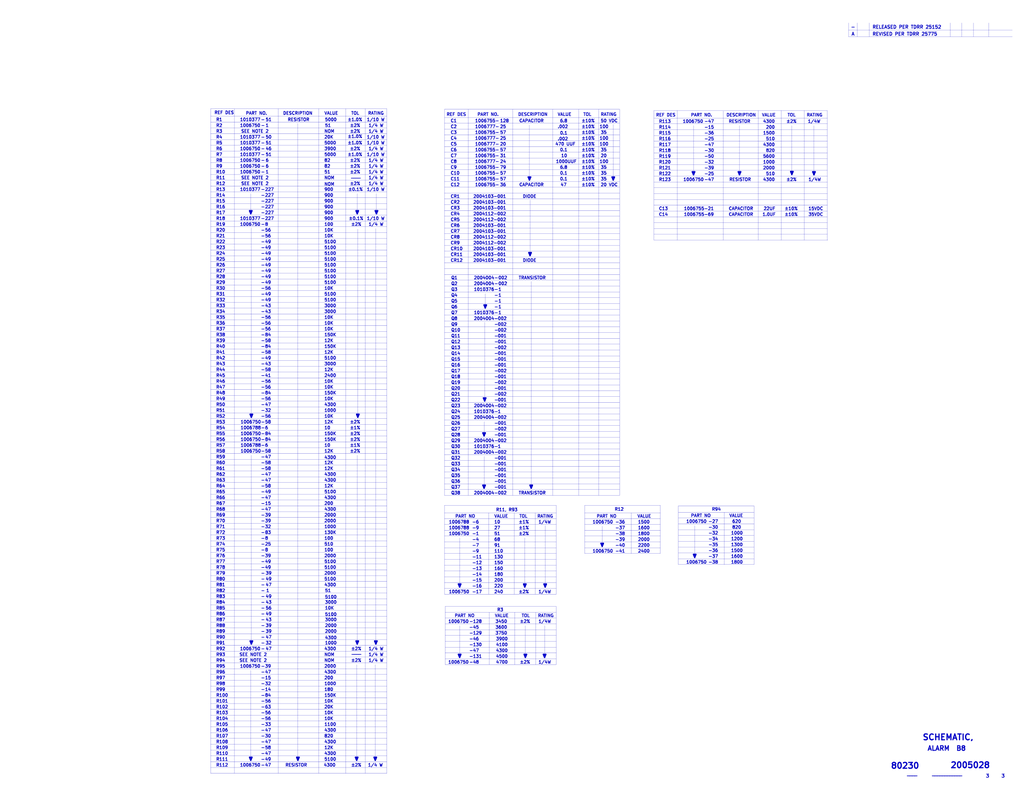
<source format=kicad_sch>
(kicad_sch (version 20211123) (generator eeschema)
  (paper "E")
  (polyline (pts (xy 713.74 179.705) (xy 902.97 179.705)) (stroke (width 0) (type solid)))
  (polyline (pts (xy 935.736 25.019) (xy 935.736 40.132)) (stroke (width 0) (type solid)))
  (polyline (pts (xy 229.87 609.6) (xy 422.275 609.6)) (stroke (width 0) (type solid)))
  (polyline (pts (xy 889.635 187.6552) (xy 888.365 190.8302)) (stroke (width 1.524) (type solid)))
  (polyline (pts (xy 789.305 121.285) (xy 789.305 262.255)) (stroke (width 0) (type solid)))
  (polyline (pts (xy 527.05 529.9202) (xy 529.59 529.9202)) (stroke (width 1.524) (type solid)))
  (polyline (pts (xy 409.575 829.945) (xy 409.575 725.805)) (stroke (width 0) (type solid)))
  (polyline (pts (xy 485.14 541.02) (xy 676.275 541.02)) (stroke (width 0) (type solid)))
  (polyline (pts (xy 485.14 350.52) (xy 676.275 350.52)) (stroke (width 0) (type solid)))
  (polyline (pts (xy 485.14 566.42) (xy 607.06 566.42)) (stroke (width 0) (type solid)))
  (polyline (pts (xy 713.74 236.855) (xy 902.97 236.855)) (stroke (width 0) (type solid)))
  (polyline (pts (xy 229.87 215.9) (xy 422.275 215.9)) (stroke (width 0) (type solid)))
  (polyline (pts (xy 229.87 590.55) (xy 422.275 590.55)) (stroke (width 0) (type solid)))
  (polyline (pts (xy 485.14 623.57) (xy 607.06 623.57)) (stroke (width 0) (type solid)))
  (polyline (pts (xy 229.87 673.1) (xy 422.275 673.1)) (stroke (width 0) (type solid)))
  (polyline (pts (xy 229.87 692.15) (xy 422.275 692.15)) (stroke (width 0) (type solid)))
  (polyline (pts (xy 390.525 827.1002) (xy 389.255 830.2752)) (stroke (width 1.524) (type solid)))
  (polyline (pts (xy 229.87 628.65) (xy 422.275 628.65)) (stroke (width 0) (type solid)))
  (polyline (pts (xy 720.725 604.52) (xy 720.725 551.815)) (stroke (width 0) (type solid)))
  (polyline (pts (xy 229.87 742.95) (xy 422.275 742.95)) (stroke (width 0) (type solid)))
  (polyline (pts (xy 638.175 566.42) (xy 720.725 566.42)) (stroke (width 0) (type solid)))
  (polyline (pts (xy 533.4 560.07) (xy 533.4 648.97)) (stroke (width 0) (type solid)))
  (polyline (pts (xy 229.87 558.8) (xy 422.275 558.8)) (stroke (width 0) (type solid)))
  (polyline (pts (xy 485.14 394.97) (xy 676.275 394.97)) (stroke (width 0) (type solid)))
  (polyline (pts (xy 272.415 827.1002) (xy 274.955 827.1002)) (stroke (width 1.524) (type solid)))
  (polyline (pts (xy 822.96 616.585) (xy 822.96 552.45)) (stroke (width 0) (type solid)))
  (polyline (pts (xy 391.795 452.4502) (xy 390.525 455.6252)) (stroke (width 1.524) (type solid)))
  (polyline (pts (xy 485.14 223.52) (xy 676.275 223.52)) (stroke (width 0) (type solid)))
  (polyline (pts (xy 229.87 679.45) (xy 422.275 679.45)) (stroke (width 0) (type solid)))
  (polyline (pts (xy 229.87 762) (xy 422.275 762)) (stroke (width 0) (type solid)))
  (polyline (pts (xy 485.14 585.47) (xy 607.06 585.47)) (stroke (width 0) (type solid)))
  (polyline (pts (xy 229.87 698.5) (xy 422.275 698.5)) (stroke (width 0) (type solid)))
  (polyline (pts (xy 229.87 793.75) (xy 422.275 793.75)) (stroke (width 0) (type solid)))
  (polyline (pts (xy 229.87 755.65) (xy 422.275 755.65)) (stroke (width 0) (type solid)))
  (polyline (pts (xy 485.14 477.52) (xy 676.275 477.52)) (stroke (width 0) (type solid)))
  (polyline (pts (xy 485.14 426.72) (xy 676.275 426.72)) (stroke (width 0) (type solid)))
  (polyline (pts (xy 391.16 700.1002) (xy 389.89 703.2752)) (stroke (width 1.524) (type solid)))
  (polyline (pts (xy 638.175 551.815) (xy 638.175 604.52)) (stroke (width 0) (type solid)))
  (polyline (pts (xy 229.87 317.5) (xy 422.275 317.5)) (stroke (width 0) (type solid)))
  (polyline (pts (xy 273.685 211.455) (xy 273.685 233.68)) (stroke (width 0) (type solid)))
  (polyline (pts (xy 229.87 812.8) (xy 422.275 812.8)) (stroke (width 0) (type solid)))
  (polyline (pts (xy 485.775 662.305) (xy 607.06 662.305)) (stroke (width 0) (type solid)))
  (polyline (pts (xy 740.41 597.535) (xy 822.96 597.535)) (stroke (width 0) (type solid)))
  (polyline (pts (xy 501.65 717.8802) (xy 500.38 714.7052)) (stroke (width 1.524) (type solid)))
  (polyline (pts (xy 388.62 700.1002) (xy 391.16 700.1002)) (stroke (width 1.524) (type solid)))
  (polyline (pts (xy 272.415 230.2002) (xy 274.955 230.2002)) (stroke (width 1.524) (type solid)))
  (polyline (pts (xy 485.14 464.82) (xy 676.275 464.82)) (stroke (width 0) (type solid)))
  (polyline (pts (xy 502.92 637.8702) (xy 501.65 641.0452)) (stroke (width 1.524) (type solid)))
  (polyline (pts (xy 584.2 560.07) (xy 584.2 648.97)) (stroke (width 0) (type solid)))
  (polyline (pts (xy 740.41 578.485) (xy 822.96 578.485)) (stroke (width 0) (type solid)))
  (polyline (pts (xy 229.87 355.6) (xy 422.275 355.6)) (stroke (width 0) (type solid)))
  (polyline (pts (xy 865.505 187.325) (xy 864.235 190.5)) (stroke (width 1.524) (type solid)))
  (polyline (pts (xy 485.14 509.27) (xy 676.275 509.27)) (stroke (width 0) (type solid)))
  (polyline (pts (xy 485.14 579.12) (xy 607.06 579.12)) (stroke (width 0) (type solid)))
  (polyline (pts (xy 273.05 700.1002) (xy 275.59 700.1002)) (stroke (width 1.524) (type solid)))
  (polyline (pts (xy 485.14 458.47) (xy 676.275 458.47)) (stroke (width 0) (type solid)))
  (polyline (pts (xy 1062.482 25.019) (xy 1062.482 40.132)) (stroke (width 0) (type solid)))
  (polyline (pts (xy 275.59 452.4502) (xy 274.32 455.6252)) (stroke (width 1.524) (type solid)))
  (polyline (pts (xy 740.41 610.235) (xy 822.96 610.235)) (stroke (width 0) (type solid)))
  (polyline (pts (xy 273.685 233.3752) (xy 272.415 230.2002)) (stroke (width 1.524) (type solid)))
  (polyline (pts (xy 530.86 333.0702) (xy 529.59 336.2452)) (stroke (width 1.524) (type solid)))
  (polyline (pts (xy 501.65 641.0452) (xy 500.38 637.8702)) (stroke (width 1.524) (type solid)))
  (polyline (pts (xy 485.14 433.07) (xy 676.275 433.07)) (stroke (width 0) (type solid)))
  (polyline (pts (xy 229.87 635) (xy 422.275 635)) (stroke (width 0) (type solid)))
  (polyline (pts (xy 273.05 452.4502) (xy 275.59 452.4502)) (stroke (width 1.524) (type solid)))
  (polyline (pts (xy 579.755 533.0952) (xy 578.485 529.9202)) (stroke (width 1.524) (type solid)))
  (polyline (pts (xy 229.87 584.2) (xy 422.275 584.2)) (stroke (width 0) (type solid)))
  (polyline (pts (xy 485.14 591.82) (xy 607.06 591.82)) (stroke (width 0) (type solid)))
  (polyline (pts (xy 389.89 497.205) (xy 389.89 702.945)) (stroke (width 0) (type solid)))
  (polyline (pts (xy 229.87 393.7) (xy 422.275 393.7)) (stroke (width 0) (type solid)))
  (polyline (pts (xy 485.14 128.27) (xy 676.275 128.27)) (stroke (width 0) (type solid)))
  (polyline (pts (xy 229.87 374.65) (xy 422.275 374.65)) (stroke (width 0) (type solid)))
  (polyline (pts (xy 713.74 217.805) (xy 902.97 217.805)) (stroke (width 0) (type solid)))
  (polyline (pts (xy 887.095 187.6552) (xy 889.635 187.6552)) (stroke (width 1.524) (type solid)))
  (polyline (pts (xy 713.74 186.055) (xy 902.97 186.055)) (stroke (width 0) (type solid)))
  (polyline (pts (xy 740.41 584.835) (xy 822.96 584.835)) (stroke (width 0) (type solid)))
  (polyline (pts (xy 229.87 527.05) (xy 422.275 527.05)) (stroke (width 0) (type solid)))
  (polyline (pts (xy 1037.082 25.019) (xy 1037.082 40.132)) (stroke (width 0) (type solid)))
  (polyline (pts (xy 688.975 560.07) (xy 688.975 604.52)) (stroke (width 0) (type solid)))
  (polyline (pts (xy 740.41 603.885) (xy 822.96 603.885)) (stroke (width 0) (type solid)))
  (polyline (pts (xy 485.14 642.62) (xy 607.06 642.62)) (stroke (width 0) (type solid)))
  (polyline (pts (xy 485.14 356.87) (xy 676.275 356.87)) (stroke (width 0) (type solid)))
  (polyline (pts (xy 576.58 193.3702) (xy 579.12 193.3702)) (stroke (width 1.524) (type solid)))
  (polyline (pts (xy 485.14 299.72) (xy 676.275 299.72)) (stroke (width 0) (type solid)))
  (polyline (pts (xy 325.12 829.945) (xy 325.12 134.62)) (stroke (width 0) (type solid)))
  (polyline (pts (xy 485.775 725.805) (xy 607.06 725.805)) (stroke (width 0) (type solid)))
  (polyline (pts (xy 229.87 285.75) (xy 422.275 285.75)) (stroke (width 0) (type solid)))
  (polyline (pts (xy 572.77 641.0452) (xy 571.5 637.8702)) (stroke (width 1.524) (type solid)))
  (polyline (pts (xy 595.63 714.7052) (xy 594.36 717.8802)) (stroke (width 1.524) (type solid)))
  (polyline (pts (xy 229.87 241.3) (xy 422.275 241.3)) (stroke (width 0) (type solid)))
  (polyline (pts (xy 229.87 660.4) (xy 422.275 660.4)) (stroke (width 0) (type solid)))
  (polyline (pts (xy 274.32 248.92) (xy 274.32 455.295)) (stroke (width 0) (type solid)))
  (polyline (pts (xy 485.14 534.67) (xy 676.275 534.67)) (stroke (width 0) (type solid)))
  (polyline (pts (xy 572.77 587.375) (xy 572.77 641.35)) (stroke (width 0) (type solid)))
  (polyline (pts (xy 902.97 120.65) (xy 902.97 262.255)) (stroke (width 0) (type solid)))
  (polyline (pts (xy 756.92 137.16) (xy 756.92 190.5)) (stroke (width 0) (type solid)))
  (polyline (pts (xy 668.02 193.3702) (xy 670.56 193.3702)) (stroke (width 1.524) (type solid)))
  (polyline (pts (xy 670.56 193.3702) (xy 669.29 196.5452)) (stroke (width 1.524) (type solid)))
  (polyline (pts (xy 638.175 551.815) (xy 720.725 551.815)) (stroke (width 0) (type solid)))
  (polyline (pts (xy 229.87 641.35) (xy 422.275 641.35)) (stroke (width 0) (type solid)))
  (polyline (pts (xy 574.04 637.8702) (xy 572.77 641.0452)) (stroke (width 1.524) (type solid)))
  (polyline (pts (xy 631.825 541.02) (xy 631.825 119.38)) (stroke (width 0) (type solid)))
  (polyline (pts (xy 485.14 242.57) (xy 676.275 242.57)) (stroke (width 0) (type solid)))
  (polyline (pts (xy 577.85 136.525) (xy 577.85 196.215)) (stroke (width 0) (type solid)))
  (polyline (pts (xy 713.74 211.455) (xy 902.97 211.455)) (stroke (width 0) (type solid)))
  (polyline (pts (xy 229.87 425.45) (xy 422.275 425.45)) (stroke (width 0) (type solid)))
  (polyline (pts (xy 805.815 187.6552) (xy 808.355 187.6552)) (stroke (width 1.524) (type solid)))
  (polyline (pts (xy 408.305 827.1002) (xy 410.845 827.1002)) (stroke (width 1.524) (type solid)))
  (polyline (pts (xy 229.87 717.55) (xy 422.275 717.55)) (stroke (width 0) (type solid)))
  (polyline (pts (xy 571.5 637.8702) (xy 574.04 637.8702)) (stroke (width 1.524) (type solid)))
  (polyline (pts (xy 274.955 230.2002) (xy 273.685 233.3752)) (stroke (width 1.524) (type solid)))
  (polyline (pts (xy 594.36 683.26) (xy 594.36 717.55)) (stroke (width 0) (type solid)))
  (polyline (pts (xy 229.87 381) (xy 422.275 381)) (stroke (width 0) (type solid)))
  (polyline (pts (xy 638.175 591.82) (xy 720.725 591.82)) (stroke (width 0) (type solid)))
  (polyline (pts (xy 713.74 154.305) (xy 902.97 154.305)) (stroke (width 0) (type solid)))
  (polyline (pts (xy 485.14 598.17) (xy 607.06 598.17)) (stroke (width 0) (type solid)))
  (polyline (pts (xy 485.14 388.62) (xy 676.275 388.62)) (stroke (width 0) (type solid)))
  (polyline (pts (xy 485.14 490.22) (xy 676.275 490.22)) (stroke (width 0) (type solid)))
  (polyline (pts (xy 229.87 463.55) (xy 422.275 463.55)) (stroke (width 0) (type solid)))
  (polyline (pts (xy 559.435 119.38) (xy 559.435 541.02)) (stroke (width 0) (type solid)))
  (polyline (pts (xy 561.975 668.655) (xy 561.975 725.805)) (stroke (width 0) (type solid)))
  (polyline (pts (xy 229.87 139.7) (xy 422.275 139.7)) (stroke (width 0) (type solid)))
  (polyline (pts (xy 229.87 539.75) (xy 422.275 539.75)) (stroke (width 0) (type solid)))
  (polyline (pts (xy 485.14 287.02) (xy 676.275 287.02)) (stroke (width 0) (type solid)))
  (polyline (pts (xy 229.87 831.85) (xy 422.275 831.85)) (stroke (width 0) (type solid)))
  (polyline (pts (xy 527.685 434.6702) (xy 530.225 434.6702)) (stroke (width 1.524) (type solid)))
  (polyline (pts (xy 485.14 172.72) (xy 676.275 172.72)) (stroke (width 0) (type solid)))
  (polyline (pts (xy 229.87 685.8) (xy 422.275 685.8)) (stroke (width 0) (type solid)))
  (polyline (pts (xy 229.87 508) (xy 422.275 508)) (stroke (width 0) (type solid)))
  (polyline (pts (xy 389.89 211.455) (xy 389.89 233.68)) (stroke (width 0) (type solid)))
  (polyline (pts (xy 229.87 266.7) (xy 422.275 266.7)) (stroke (width 0) (type solid)))
  (polyline (pts (xy 229.87 133.35) (xy 422.275 133.35)) (stroke (width 0) (type solid)))
  (polyline (pts (xy 485.14 140.97) (xy 676.275 140.97)) (stroke (width 0) (type solid)))
  (polyline (pts (xy 229.87 273.05) (xy 422.275 273.05)) (stroke (width 0) (type solid)))
  (polyline (pts (xy 485.14 134.62) (xy 676.275 134.62)) (stroke (width 0) (type solid)))
  (polyline (pts (xy 485.775 662.305) (xy 485.775 725.805)) (stroke (width 0) (type solid)))
  (polyline (pts (xy 229.87 431.8) (xy 422.275 431.8)) (stroke (width 0) (type solid)))
  (polyline (pts (xy 389.89 703.2752) (xy 388.62 700.1002)) (stroke (width 1.524) (type solid)))
  (polyline (pts (xy 229.87 844.55) (xy 422.275 844.55)) (stroke (width 0) (type solid)))
  (polyline (pts (xy 485.14 407.67) (xy 676.275 407.67)) (stroke (width 0) (type solid)))
  (polyline (pts (xy 573.405 683.26) (xy 573.405 717.55)) (stroke (width 0) (type solid)))
  (polyline (pts (xy 485.14 248.92) (xy 676.275 248.92)) (stroke (width 0) (type solid)))
  (polyline (pts (xy 790.575 559.435) (xy 790.575 616.585)) (stroke (width 0) (type solid)))
  (polyline (pts (xy 229.87 546.1) (xy 422.275 546.1)) (stroke (width 0) (type solid)))
  (polyline (pts (xy 502.92 714.7052) (xy 501.65 717.8802)) (stroke (width 1.524) (type solid)))
  (polyline (pts (xy 578.485 218.44) (xy 578.485 278.13)) (stroke (width 0) (type solid)))
  (polyline (pts (xy 229.87 723.9) (xy 422.275 723.9)) (stroke (width 0) (type solid)))
  (polyline (pts (xy 579.755 532.765) (xy 579.755 307.34)) (stroke (width 0) (type solid)))
  (polyline (pts (xy 229.87 647.7) (xy 422.275 647.7)) (stroke (width 0) (type solid)))
  (polyline (pts (xy 485.14 236.22) (xy 676.275 236.22)) (stroke (width 0) (type solid)))
  (polyline (pts (xy 528.32 460.375) (xy 528.32 476.25)) (stroke (width 0) (type solid)))
  (polyline (pts (xy 229.87 146.05) (xy 422.275 146.05)) (stroke (width 0) (type solid)))
  (polyline (pts (xy 888.365 190.8302) (xy 887.095 187.6552)) (stroke (width 1.524) (type solid)))
  (polyline (pts (xy 755.65 187.6552) (xy 758.19 187.6552)) (stroke (width 1.524) (type solid)))
  (polyline (pts (xy 807.085 137.16) (xy 807.085 190.5)) (stroke (width 0) (type solid)))
  (polyline (pts (xy 229.87 565.15) (xy 422.275 565.15)) (stroke (width 0) (type solid)))
  (polyline (pts (xy 229.87 800.1) (xy 422.275 800.1)) (stroke (width 0) (type solid)))
  (polyline (pts (xy 229.87 152.4) (xy 422.275 152.4)) (stroke (width 0) (type solid)))
  (polyline (pts (xy 740.41 552.45) (xy 822.96 552.45)) (stroke (width 0) (type solid)))
  (polyline (pts (xy 1078.992 25.019) (xy 1078.992 40.132)) (stroke (width 0) (type solid)))
  (polyline (pts (xy 229.87 552.45) (xy 422.275 552.45)) (stroke (width 0) (type solid)))
  (polyline (pts (xy 229.87 419.1) (xy 422.275 419.1)) (stroke (width 0) (type solid)))
  (polyline (pts (xy 485.775 668.655) (xy 607.06 668.655)) (stroke (width 0) (type solid)))
  (polyline (pts (xy 485.14 551.815) (xy 485.14 648.97)) (stroke (width 0) (type solid)))
  (polyline (pts (xy 229.87 336.55) (xy 422.275 336.55)) (stroke (width 0) (type solid)))
  (polyline (pts (xy 229.87 596.9) (xy 422.275 596.9)) (stroke (width 0) (type solid)))
  (polyline (pts (xy 485.775 687.705) (xy 607.06 687.705)) (stroke (width 0) (type solid)))
  (polyline (pts (xy 713.74 198.755) (xy 902.97 198.755)) (stroke (width 0) (type solid)))
  (polyline (pts (xy 593.725 637.8702) (xy 596.265 637.8702)) (stroke (width 1.524) (type solid)))
  (polyline (pts (xy 528.32 475.9452) (xy 527.05 472.7702)) (stroke (width 1.524) (type solid)))
  (polyline (pts (xy 410.845 827.1002) (xy 409.575 830.2752)) (stroke (width 1.524) (type solid)))
  (polyline (pts (xy 377.19 118.745) (xy 377.19 844.55)) (stroke (width 0) (type solid)))
  (polyline (pts (xy 229.87 342.9) (xy 422.275 342.9)) (stroke (width 0) (type solid)))
  (polyline (pts (xy 485.775 694.055) (xy 607.06 694.055)) (stroke (width 0) (type solid)))
  (polyline (pts (xy 229.87 571.5) (xy 422.275 571.5)) (stroke (width 0) (type solid)))
  (polyline (pts (xy 594.995 574.04) (xy 594.995 641.35)) (stroke (width 0) (type solid)))
  (polyline (pts (xy 229.87 825.5) (xy 422.275 825.5)) (stroke (width 0) (type solid)))
  (polyline (pts (xy 657.225 596.5952) (xy 655.955 593.4202)) (stroke (width 1.524) (type solid)))
  (polyline (pts (xy 485.14 414.02) (xy 676.275 414.02)) (stroke (width 0) (type solid)))
  (polyline (pts (xy 713.74 243.205) (xy 902.97 243.205)) (stroke (width 0) (type solid)))
  (polyline (pts (xy 229.87 482.6) (xy 422.275 482.6)) (stroke (width 0) (type solid)))
  (polyline (pts (xy 638.175 585.47) (xy 720.725 585.47)) (stroke (width 0) (type solid)))
  (polyline (pts (xy 389.89 233.3752) (xy 388.62 230.2002)) (stroke (width 1.524) (type solid)))
  (polyline (pts (xy 577.215 275.9202) (xy 579.755 275.9202)) (stroke (width 1.524) (type solid)))
  (polyline (pts (xy 756.92 605.4852) (xy 759.46 605.4852)) (stroke (width 1.524) (type solid)))
  (polyline (pts (xy 229.87 622.3) (xy 422.275 622.3)) (stroke (width 0) (type solid)))
  (polyline (pts (xy 607.06 551.815) (xy 607.06 648.97)) (stroke (width 0) (type solid)))
  (polyline (pts (xy 529.59 529.9202) (xy 528.32 533.0952)) (stroke (width 1.524) (type solid)))
  (polyline (pts (xy 273.685 830.2752) (xy 272.415 827.1002)) (stroke (width 1.524) (type solid)))
  (polyline (pts (xy 274.32 455.6252) (xy 273.05 452.4502)) (stroke (width 1.524) (type solid)))
  (polyline (pts (xy 229.87 361.95) (xy 422.275 361.95)) (stroke (width 0) (type solid)))
  (polyline (pts (xy 485.14 312.42) (xy 676.275 312.42)) (stroke (width 0) (type solid)))
  (polyline (pts (xy 229.87 228.6) (xy 422.275 228.6)) (stroke (width 0) (type solid)))
  (polyline (pts (xy 808.355 187.6552) (xy 807.085 190.8302)) (stroke (width 1.524) (type solid)))
  (polyline (pts (xy 387.985 827.1002) (xy 390.525 827.1002)) (stroke (width 1.524) (type solid)))
  (polyline (pts (xy 275.59 700.1002) (xy 274.32 703.2752)) (stroke (width 1.524) (type solid)))
  (polyline (pts (xy 229.87 768.35) (xy 422.275 768.35)) (stroke (width 0) (type solid)))
  (polyline (pts (xy 229.87 190.5) (xy 422.275 190.5)) (stroke (width 0) (type solid)))
  (polyline (pts (xy 485.14 306.07) (xy 676.275 306.07)) (stroke (width 0) (type solid)))
  (polyline (pts (xy 229.87 127) (xy 422.275 127)) (stroke (width 0) (type solid)))
  (polyline (pts (xy 638.175 560.07) (xy 720.725 560.07)) (stroke (width 0) (type solid)))
  (polyline (pts (xy 485.14 337.82) (xy 676.275 337.82)) (stroke (width 0) (type solid)))
  (polyline (pts (xy 485.14 515.62) (xy 676.275 515.62)) (stroke (width 0) (type solid)))
  (polyline (pts (xy 485.14 210.82) (xy 676.275 210.82)) (stroke (width 0) (type solid)))
  (polyline (pts (xy 410.845 211.455) (xy 410.845 233.68)) (stroke (width 0) (type solid)))
  (polyline (pts (xy 229.87 279.4) (xy 422.275 279.4)) (stroke (width 0) (type solid)))
  (polyline (pts (xy 527.05 472.7702) (xy 529.59 472.7702)) (stroke (width 1.524) (type solid)))
  (polyline (pts (xy 759.46 605.4852) (xy 758.19 608.6602)) (stroke (width 1.524) (type solid)))
  (polyline (pts (xy 409.575 830.2752) (xy 408.305 827.1002)) (stroke (width 1.524) (type solid)))
  (polyline (pts (xy 229.87 203.2) (xy 422.275 203.2)) (stroke (width 0) (type solid)))
  (polyline (pts (xy 229.87 412.75) (xy 422.275 412.75)) (stroke (width 0) (type solid)))
  (polyline (pts (xy 528.32 333.0702) (xy 530.86 333.0702)) (stroke (width 1.524) (type solid)))
  (polyline (pts (xy 485.14 560.07) (xy 607.06 560.07)) (stroke (width 0) (type solid)))
  (polyline (pts (xy 485.14 439.42) (xy 676.275 439.42)) (stroke (width 0) (type solid)))
  (polyline (pts (xy 572.135 714.7052) (xy 574.675 714.7052)) (stroke (width 1.524) (type solid)))
  (polyline (pts (xy 528.32 498.475) (xy 528.32 533.4)) (stroke (width 0) (type solid)))
  (polyline (pts (xy 1049.782 25.019) (xy 1049.782 40.132)) (stroke (width 0) (type solid)))
  (polyline (pts (xy 638.175 604.52) (xy 720.725 604.52)) (stroke (width 0) (type solid)))
  (polyline (pts (xy 926.084 40.132) (xy 1104.9 40.132)) (stroke (width 0) (type solid)))
  (polyline (pts (xy 864.235 137.16) (xy 864.235 189.865)) (stroke (width 0) (type solid)))
  (polyline (pts (xy 255.905 118.745) (xy 255.905 844.55)) (stroke (width 0) (type solid)))
  (polyline (pts (xy 229.87 349.25) (xy 422.275 349.25)) (stroke (width 0) (type solid)))
  (polyline (pts (xy 347.98 844.55) (xy 347.98 118.745)) (stroke (width 0) (type solid)))
  (polyline (pts (xy 713.74 120.65) (xy 902.97 120.65)) (stroke (width 0) (type solid)))
  (polyline (pts (xy 756.92 190.8302) (xy 755.65 187.6552)) (stroke (width 1.524) (type solid)))
  (polyline (pts (xy 530.225 434.6702) (xy 528.955 437.8452)) (stroke (width 1.524) (type solid)))
  (polyline (pts (xy 229.87 533.4) (xy 422.275 533.4)) (stroke (width 0) (type solid)))
  (polyline (pts (xy 528.955 437.8452) (xy 527.685 434.6702)) (stroke (width 1.524) (type solid)))
  (polyline (pts (xy 877.57 120.65) (xy 877.57 262.255)) (stroke (width 0) (type solid)))
  (polyline (pts (xy 485.14 191.77) (xy 676.275 191.77)) (stroke (width 0) (type solid)))
  (polyline (pts (xy 229.87 666.75) (xy 422.275 666.75)) (stroke (width 0) (type solid)))
  (polyline (pts (xy 485.775 706.755) (xy 607.06 706.755)) (stroke (width 0) (type solid)))
  (polyline (pts (xy 485.14 160.02) (xy 676.275 160.02)) (stroke (width 0) (type solid)))
  (polyline (pts (xy 485.14 617.22) (xy 607.06 617.22)) (stroke (width 0) (type solid)))
  (polyline (pts (xy 229.87 177.8) (xy 422.275 177.8)) (stroke (width 0) (type solid)))
  (polyline (pts (xy 584.835 668.655) (xy 584.835 725.805)) (stroke (width 0) (type solid)))
  (polyline (pts (xy 578.485 529.9202) (xy 581.025 529.9202)) (stroke (width 1.524) (type solid)))
  (polyline (pts (xy 485.14 331.47) (xy 676.275 331.47)) (stroke (width 0) (type solid)))
  (polyline (pts (xy 274.955 827.1002) (xy 273.685 830.2752)) (stroke (width 1.524) (type solid)))
  (polyline (pts (xy 713.74 128.905) (xy 902.97 128.905)) (stroke (width 0) (type solid)))
  (polyline (pts (xy 485.14 204.47) (xy 676.275 204.47)) (stroke (width 0) (type solid)))
  (polyline (pts (xy 485.14 119.38) (xy 676.275 119.38)) (stroke (width 0) (type solid)))
  (polyline (pts (xy 485.14 551.815) (xy 607.06 551.815)) (stroke (width 0) (type solid)))
  (polyline (pts (xy 638.175 572.77) (xy 720.725 572.77)) (stroke (width 0) (type solid)))
  (polyline (pts (xy 485.14 369.57) (xy 676.275 369.57)) (stroke (width 0) (type solid)))
  (polyline (pts (xy 657.225 574.675) (xy 657.225 596.265)) (stroke (width 0) (type solid)))
  (polyline (pts (xy 594.36 717.8802) (xy 593.09 714.7052)) (stroke (width 1.524) (type solid)))
  (polyline (pts (xy 229.87 577.85) (xy 422.275 577.85)) (stroke (width 0) (type solid)))
  (polyline (pts (xy 485.14 629.92) (xy 607.06 629.92)) (stroke (width 0) (type solid)))
  (polyline (pts (xy 577.85 196.5452) (xy 576.58 193.3702)) (stroke (width 1.524) (type solid)))
  (polyline (pts (xy 740.41 591.185) (xy 822.96 591.185)) (stroke (width 0) (type solid)))
  (polyline (pts (xy 713.74 147.955) (xy 902.97 147.955)) (stroke (width 0) (type solid)))
  (polyline (pts (xy 485.14 363.22) (xy 676.275 363.22)) (stroke (width 0) (type solid)))
  (polyline (pts (xy 229.87 806.45) (xy 422.275 806.45)) (stroke (width 0) (type solid)))
  (polyline (pts (xy 511.175 119.38) (xy 511.175 541.02)) (stroke (width 0) (type solid)))
  (polyline (pts (xy 229.87 603.25) (xy 422.275 603.25)) (stroke (width 0) (type solid)))
  (polyline (pts (xy 713.74 135.255) (xy 902.97 135.255)) (stroke (width 0) (type solid)))
  (polyline (pts (xy 485.775 675.005) (xy 607.06 675.005)) (stroke (width 0) (type solid)))
  (polyline (pts (xy 229.87 158.75) (xy 422.275 158.75)) (stroke (width 0) (type solid)))
  (polyline (pts (xy 864.235 190.5) (xy 862.965 187.325)) (stroke (width 1.524) (type solid)))
  (polyline (pts (xy 500.38 637.8702) (xy 502.92 637.8702)) (stroke (width 1.524) (type solid)))
  (polyline (pts (xy 529.59 336.2452) (xy 528.32 333.0702)) (stroke (width 1.524) (type solid)))
  (polyline (pts (xy 713.74 192.405) (xy 902.97 192.405)) (stroke (width 0) (type solid)))
  (polyline (pts (xy 485.14 198.12) (xy 676.275 198.12)) (stroke (width 0) (type solid)))
  (polyline (pts (xy 713.74 173.355) (xy 902.97 173.355)) (stroke (width 0) (type solid)))
  (polyline (pts (xy 862.965 187.325) (xy 865.505 187.325)) (stroke (width 1.524) (type solid)))
  (polyline (pts (xy 229.87 184.15) (xy 422.275 184.15)) (stroke (width 0) (type solid)))
  (polyline (pts (xy 713.74 255.905) (xy 902.97 255.905)) (stroke (width 0) (type solid)))
  (polyline (pts (xy 229.87 438.15) (xy 422.275 438.15)) (stroke (width 0) (type solid)))
  (polyline (pts (xy 578.485 279.0952) (xy 577.215 275.9202)) (stroke (width 1.524) (type solid)))
  (polyline (pts (xy 408.94 700.1002) (xy 411.48 700.1002)) (stroke (width 1.524) (type solid)))
  (polyline (pts (xy 485.14 471.17) (xy 676.275 471.17)) (stroke (width 0) (type solid)))
  (polyline (pts (xy 579.12 193.3702) (xy 577.85 196.5452)) (stroke (width 1.524) (type solid)))
  (polyline (pts (xy 638.175 598.17) (xy 720.725 598.17)) (stroke (width 0) (type solid)))
  (polyline (pts (xy 229.87 457.2) (xy 422.275 457.2)) (stroke (width 0) (type solid)))
  (polyline (pts (xy 389.255 830.2752) (xy 387.985 827.1002)) (stroke (width 1.524) (type solid)))
  (polyline (pts (xy 713.74 230.505) (xy 902.97 230.505)) (stroke (width 0) (type solid)))
  (polyline (pts (xy 485.14 572.77) (xy 607.06 572.77)) (stroke (width 0) (type solid)))
  (polyline (pts (xy 485.14 147.32) (xy 676.275 147.32)) (stroke (width 0) (type solid)))
  (polyline (pts (xy 485.14 179.07) (xy 676.275 179.07)) (stroke (width 0) (type solid)))
  (polyline (pts (xy 485.775 713.105) (xy 607.06 713.105)) (stroke (width 0) (type solid)))
  (polyline (pts (xy 485.14 521.97) (xy 676.275 521.97)) (stroke (width 0) (type solid)))
  (polyline (pts (xy 740.41 572.135) (xy 822.96 572.135)) (stroke (width 0) (type solid)))
  (polyline (pts (xy 485.14 229.87) (xy 676.275 229.87)) (stroke (width 0) (type solid)))
  (polyline (pts (xy 485.14 325.12) (xy 676.275 325.12)) (stroke (width 0) (type solid)))
  (polyline (pts (xy 528.32 533.0952) (xy 527.05 529.9202)) (stroke (width 1.524) (type solid)))
  (polyline (pts (xy 926.084 25.019) (xy 926.084 40.132)) (stroke (width 0) (type solid)))
  (polyline (pts (xy 229.87 260.35) (xy 422.275 260.35)) (stroke (width 0) (type solid)))
  (polyline (pts (xy 713.74 120.65) (xy 713.74 262.255)) (stroke (width 0) (type solid)))
  (polyline (pts (xy 229.87 501.65) (xy 422.275 501.65)) (stroke (width 0) (type solid)))
  (polyline (pts (xy 594.995 641.0452) (xy 593.725 637.8702)) (stroke (width 1.524) (type solid)))
  (polyline (pts (xy 676.275 541.02) (xy 676.275 119.38)) (stroke (width 0) (type solid)))
  (polyline (pts (xy 485.14 217.17) (xy 676.275 217.17)) (stroke (width 0) (type solid)))
  (polyline (pts (xy 422.275 118.745) (xy 422.275 844.55)) (stroke (width 0) (type solid)))
  (polyline (pts (xy 500.38 714.7052) (xy 502.92 714.7052)) (stroke (width 1.524) (type solid)))
  (polyline (pts (xy 827.405 120.65) (xy 827.405 262.255)) (stroke (width 0) (type solid)))
  (polyline (pts (xy 274.32 703.2752) (xy 273.05 700.1002)) (stroke (width 1.524) (type solid)))
  (polyline (pts (xy 390.525 455.6252) (xy 389.255 452.4502)) (stroke (width 1.524) (type solid)))
  (polyline (pts (xy 740.41 559.435) (xy 822.96 559.435)) (stroke (width 0) (type solid)))
  (polyline (pts (xy 229.87 495.3) (xy 422.275 495.3)) (stroke (width 0) (type solid)))
  (polyline (pts (xy 229.87 711.2) (xy 422.275 711.2)) (stroke (width 0) (type solid)))
  (polyline (pts (xy 412.115 230.2002) (xy 410.845 233.3752)) (stroke (width 1.524) (type solid)))
  (polyline (pts (xy 229.87 118.745) (xy 422.275 118.745)) (stroke (width 0) (type solid)))
  (polyline (pts (xy 485.14 401.32) (xy 676.275 401.32)) (stroke (width 0) (type solid)))
  (polyline (pts (xy 485.14 318.77) (xy 676.275 318.77)) (stroke (width 0) (type solid)))
  (polyline (pts (xy 229.87 254) (xy 422.275 254)) (stroke (width 0) (type solid)))
  (polyline (pts (xy 398.78 844.55) (xy 398.78 118.745)) (stroke (width 0) (type solid)))
  (polyline (pts (xy 485.14 267.97) (xy 676.275 267.97)) (stroke (width 0) (type solid)))
  (polyline (pts (xy 229.87 781.05) (xy 422.275 781.05)) (stroke (width 0) (type solid)))
  (polyline (pts (xy 485.14 528.32) (xy 676.275 528.32)) (stroke (width 0) (type solid)))
  (polyline (pts (xy 658.495 593.4202) (xy 657.225 596.5952)) (stroke (width 1.524) (type solid)))
  (polyline (pts (xy 485.14 153.67) (xy 676.275 153.67)) (stroke (width 0) (type solid)))
  (polyline (pts (xy 229.87 704.85) (xy 422.275 704.85)) (stroke (width 0) (type solid)))
  (polyline (pts (xy 485.14 610.87) (xy 607.06 610.87)) (stroke (width 0) (type solid)))
  (polyline (pts (xy 529.59 320.675) (xy 529.59 336.55)) (stroke (width 0) (type solid)))
  (polyline (pts (xy 888.365 137.16) (xy 888.365 189.865)) (stroke (width 0) (type solid)))
  (polyline (pts (xy 229.87 615.95) (xy 422.275 615.95)) (stroke (width 0) (type solid)))
  (polyline (pts (xy 411.48 700.1002) (xy 410.21 703.2752)) (stroke (width 1.524) (type solid)))
  (polyline (pts (xy 653.415 119.38) (xy 653.415 541.02)) (stroke (width 0) (type solid)))
  (polyline (pts (xy 603.25 119.38) (xy 603.25 541.02)) (stroke (width 0) (type solid)))
  (polyline (pts (xy 229.87 730.25) (xy 422.275 730.25)) (stroke (width 0) (type solid)))
  (polyline (pts (xy 579.755 275.9202) (xy 578.485 279.0952)) (stroke (width 1.524) (type solid)))
  (polyline (pts (xy 389.255 725.805) (xy 389.255 829.945)) (stroke (width 0) (type solid)))
  (polyline (pts (xy 485.14 261.62) (xy 676.275 261.62)) (stroke (width 0) (type solid)))
  (polyline (pts (xy 229.87 774.7) (xy 422.275 774.7)) (stroke (width 0) (type solid)))
  (polyline (pts (xy 669.29 135.89) (xy 669.29 196.85)) (stroke (width 0) (type solid)))
  (polyline (pts (xy 229.87 171.45) (xy 422.275 171.45)) (stroke (width 0) (type solid)))
  (polyline (pts (xy 485.14 420.37) (xy 676.275 420.37)) (stroke (width 0) (type solid)))
  (polyline (pts (xy 485.14 119.38) (xy 485.14 541.02)) (stroke (width 0) (type solid)))
  (polyline (pts (xy 485.14 452.12) (xy 676.275 452.12)) (stroke (width 0) (type solid)))
  (polyline (pts (xy 229.87 234.95) (xy 422.275 234.95)) (stroke (width 0) (type solid)))
  (polyline (pts (xy 713.74 262.255) (xy 903.605 262.255)) (stroke (width 0) (type solid)))
  (polyline (pts (xy 273.685 732.155) (xy 273.685 829.945)) (stroke (width 0) (type solid)))
  (polyline (pts (xy 713.74 141.605) (xy 902.97 141.605)) (stroke (width 0) (type solid)))
  (polyline (pts (xy 485.14 604.52) (xy 607.06 604.52)) (stroke (width 0) (type solid)))
  (polyline (pts (xy 561.34 560.07) (xy 561.34 648.97)) (stroke (width 0) (type solid)))
  (polyline (pts (xy 581.025 529.9202) (xy 579.755 533.0952)) (stroke (width 1.524) (type solid)))
  (polyline (pts (xy 485.14 483.87) (xy 676.275 483.87)) (stroke (width 0) (type solid)))
  (polyline (pts (xy 758.19 574.04) (xy 758.19 608.965)) (stroke (width 0) (type solid)))
  (polyline (pts (xy 229.87 749.3) (xy 422.275 749.3)) (stroke (width 0) (type solid)))
  (polyline (pts (xy 485.14 255.27) (xy 676.275 255.27)) (stroke (width 0) (type solid)))
  (polyline (pts (xy 485.775 719.455) (xy 607.06 719.455)) (stroke (width 0) (type solid)))
  (polyline (pts (xy 534.035 668.655) (xy 534.035 725.805)) (stroke (width 0) (type solid)))
  (polyline (pts (xy 485.14 166.37) (xy 676.275 166.37)) (stroke (width 0) (type solid)))
  (polyline (pts (xy 758.19 187.6552) (xy 756.92 190.8302)) (stroke (width 1.524) (type solid)))
  (polyline (pts (xy 229.87 165.1) (xy 422.275 165.1)) (stroke (width 0) (type solid)))
  (polyline (pts (xy 607.06 662.305) (xy 607.06 725.805)) (stroke (width 0) (type solid)))
  (polyline (pts (xy 303.53 118.745) (xy 303.53 844.55)) (stroke (width 0) (type solid)))
  (polyline (pts (xy 229.87 118.745) (xy 229.87 844.55)) (stroke (width 0) (type solid)))
  (polyline (pts (xy 485.14 502.92) (xy 676.275 502.92)) (stroke (width 0) (type solid)))
  (polyline (pts (xy 948.69 25.019) (xy 948.69 40.132)) (stroke (width 0) (type solid)))
  (polyline (pts (xy 229.87 444.5) (xy 422.275 444.5)) (stroke (width 0) (type solid)))
  (polyline (pts (xy 807.085 190.8302) (xy 805.815 187.6552)) (stroke (width 1.524) (type solid)))
  (polyline (pts (xy 325.12 830.2752) (xy 323.85 827.1002)) (stroke (width 1.524) (type solid)))
  (polyline (pts (xy 274.32 497.205) (xy 274.32 702.945)) (stroke (width 0) (type solid)))
  (polyline (pts (xy 229.87 304.8) (xy 422.275 304.8)) (stroke (width 0) (type solid)))
  (polyline (pts (xy 713.74 167.005) (xy 902.97 167.005)) (stroke (width 0) (type solid)))
  (polyline (pts (xy 485.14 496.57) (xy 676.275 496.57)) (stroke (width 0) (type solid)))
  (polyline (pts (xy 573.405 717.8802) (xy 572.135 714.7052)) (stroke (width 1.524) (type solid)))
  (polyline (pts (xy 229.87 838.2) (xy 422.275 838.2)) (stroke (width 0) (type solid)))
  (polyline (pts (xy 229.87 819.15) (xy 422.275 819.15)) (stroke (width 0) (type solid)))
  (polyline (pts (xy 485.775 700.405) (xy 607.06 700.405)) (stroke (width 0) (type solid)))
  (polyline (pts (xy 574.675 714.7052) (xy 573.405 717.8802)) (stroke (width 1.524) (type solid)))
  (polyline (pts (xy 485.14 636.27) (xy 607.06 636.27)) (stroke (width 0) (type solid)))
  (polyline (pts (xy 410.21 703.2752) (xy 408.94 700.1002)) (stroke (width 1.524) (type solid)))
  (polyline (pts (xy 229.87 247.65) (xy 422.275 247.65)) (stroke (width 0) (type solid)))
  (polyline (pts (xy 326.39 827.1002) (xy 325.12 830.2752)) (stroke (width 1.524) (type solid)))
  (polyline (pts (xy 229.87 298.45) (xy 422.275 298.45)) (stroke (width 0) (type solid)))
  (polyline (pts (xy 229.87 222.25) (xy 422.275 222.25)) (stroke (width 0) (type solid)))
  (polyline (pts (xy 391.16 230.2002) (xy 389.89 233.3752)) (stroke (width 1.524) (type solid)))
  (polyline (pts (xy 501.65 587.375) (xy 501.65 640.715)) (stroke (width 0) (type solid)))
  (polyline (pts (xy 410.845 233.3752) (xy 409.575 230.2002)) (stroke (width 1.524) (type solid)))
  (polyline (pts (xy 852.805 120.65) (xy 852.805 262.255)) (stroke (width 0) (type solid)))
  (polyline (pts (xy 485.14 648.97) (xy 607.06 648.97)) (stroke (width 0) (type solid)))
  (polyline (pts (xy 229.87 450.85) (xy 422.275 450.85)) (stroke (width 0) (type solid)))
  (polyline (pts (xy 638.175 579.12) (xy 720.725 579.12)) (stroke (width 0) (type solid)))
  (polyline (pts (xy 229.87 196.85) (xy 422.275 196.85)) (stroke (width 0) (type solid)))
  (polyline (pts (xy 229.87 209.55) (xy 422.275 209.55)) (stroke (width 0) (type solid)))
  (polyline (pts (xy 388.62 230.2002) (xy 391.16 230.2002)) (stroke (width 1.524) (type solid)))
  (polyline (pts (xy 758.19 608.6602) (xy 756.92 605.4852)) (stroke (width 1.524) (type solid)))
  (polyline (pts (xy 485.14 375.92) (xy 676.275 375.92)) (stroke (width 0) (type solid)))
  (polyline (pts (xy 485.14 274.32) (xy 676.275 274.32)) (stroke (width 0) (type solid)))
  (polyline (pts (xy 410.21 703.58) (xy 410.21 249.555)) (stroke (width 0) (type solid)))
  (polyline (pts (xy 409.575 230.2002) (xy 412.115 230.2002)) (stroke (width 1.524) (type solid)))
  (polyline (pts (xy 229.87 654.05) (xy 422.275 654.05)) (stroke (width 0) (type solid)))
  (polyline (pts (xy 229.87 400.05) (xy 422.275 400.05)) (stroke (width 0) (type solid)))
  (polyline (pts (xy 669.29 196.5452) (xy 668.02 193.3702)) (stroke (width 1.524) (type solid)))
  (polyline (pts (xy 713.74 224.155) (xy 902.97 224.155)) (stroke (width 0) (type solid)))
  (polyline (pts (xy 390.525 455.93) (xy 390.525 250.19)) (stroke (width 0) (type solid)))
  (polyline (pts (xy 485.14 280.67) (xy 676.275 280.67)) (stroke (width 0) (type solid)))
  (polyline (pts (xy 229.87 488.95) (xy 422.275 488.95)) (stroke (width 0) (type solid)))
  (polyline (pts (xy 713.74 205.105) (xy 902.97 205.105)) (stroke (width 0) (type solid)))
  (polyline (pts (xy 229.87 330.2) (xy 422.275 330.2)) (stroke (width 0) (type solid)))
  (polyline (pts (xy 229.87 514.35) (xy 422.275 514.35)) (stroke (width 0) (type solid)))
  (polyline (pts (xy 323.85 827.1002) (xy 326.39 827.1002)) (stroke (width 1.524) (type solid)))
  (polyline (pts (xy 229.87 323.85) (xy 422.275 323.85)) (stroke (width 0) (type solid)))
  (polyline (pts (xy 528.955 351.79) (xy 528.955 438.15)) (stroke (width 0) (type solid)))
  (polyline (pts (xy 485.14 445.77) (xy 676.275 445.77)) (stroke (width 0) (type solid)))
  (polyline (pts (xy 485.14 344.17) (xy 676.275 344.17)) (stroke (width 0) (type solid)))
  (polyline (pts (xy 229.87 387.35) (xy 422.275 387.35)) (stroke (width 0) (type solid)))
  (polyline (pts (xy 739.14 120.65) (xy 739.14 262.255)) (stroke (width 0) (type solid)))
  (polyline (pts (xy 501.65 683.26) (xy 501.65 717.55)) (stroke (width 0) (type solid)))
  (polyline (pts (xy 740.41 565.785) (xy 822.96 565.785)) (stroke (width 0) (type solid)))
  (polyline (pts (xy 485.14 293.37) (xy 676.275 293.37)) (stroke (width 0) (type solid)))
  (polyline (pts (xy 713.74 249.555) (xy 902.97 249.555)) (stroke (width 0) (type solid)))
  (polyline (pts (xy 529.59 472.7702) (xy 528.32 475.9452)) (stroke (width 1.524) (type solid)))
  (polyline (pts (xy 485.14 382.27) (xy 676.275 382.27)) (stroke (width 0) (type solid)))
  (polyline (pts (xy 229.87 476.25) (xy 422.275 476.25)) (stroke (width 0) (type solid)))
  (polyline (pts (xy 229.87 736.6) (xy 422.275 736.6)) (stroke (width 0) (type solid)))
  (polyline (pts (xy 713.74 160.655) (xy 902.97 160.655)) (stroke (width 0) (type solid)))
  (polyline (pts (xy 740.41 552.45) (xy 740.41 616.585)) (stroke (width 0) (type solid)))
  (polyline (pts (xy 229.87 787.4) (xy 422.275 787.4)) (stroke (width 0) (type solid)))
  (polyline (pts (xy 655.955 593.4202) (xy 658.495 593.4202)) (stroke (width 1.524) (type solid)))
  (polyline (pts (xy 926.084 32.766) (xy 1104.9 32.766)) (stroke (width 0) (type solid)))
  (polyline (pts (xy 229.87 311.15) (xy 422.275 311.15)) (stroke (width 0) (type solid)))
  (polyline (pts (xy 389.255 452.4502) (xy 391.795 452.4502)) (stroke (width 1.524) (type solid)))
  (polyline (pts (xy 593.09 714.7052) (xy 595.63 714.7052)) (stroke (width 1.524) (type solid)))
  (polyline (pts (xy 229.87 520.7) (xy 422.275 520.7)) (stroke (width 0) (type solid)))
  (polyline (pts (xy 229.87 292.1) (xy 422.275 292.1)) (stroke (width 0) (type solid)))
  (polyline (pts (xy 485.14 185.42) (xy 676.275 185.42)) (stroke (width 0) (type solid)))
  (polyline (pts (xy 740.41 616.585) (xy 822.96 616.585)) (stroke (width 0) (type solid)))
  (polyline (pts (xy 229.87 406.4) (xy 422.275 406.4)) (stroke (width 0) (type solid)))
  (polyline (pts (xy 596.265 637.8702) (xy 594.995 641.0452)) (stroke (width 1.524) (type solid)))
  (polyline (pts (xy 229.87 469.9) (xy 422.275 469.9)) (stroke (width 0) (type solid)))
  (polyline (pts (xy 485.775 681.355) (xy 607.06 681.355)) (stroke (width 0) (type solid)))
  (polyline (pts (xy 229.87 368.3) (xy 422.275 368.3)) (stroke (width 0) (type solid)))
  (text "C12" (at 491.49 203.835 0) (effects (font (size 3.302 3.302) (thickness 0.6604) bold) (justify left bottom)))
  (text "227" (at 288.925 215.265 0) (effects (font (size 3.302 3.302) (thickness 0.6604) bold) (justify left bottom)))
  (text "227" (at 288.925 227.965 0) (effects (font (size 3.302 3.302) (thickness 0.6604) bold) (justify left bottom)))
  (text "R110" (at 235.585 824.865 0) (effects (font (size 3.302 3.302) (thickness 0.6604) bold) (justify left bottom)))
  (text "3000" (at 354.33 659.765 0) (effects (font (size 3.302 3.302) (thickness 0.6604) bold) (justify left bottom)))
  (text "8" (at 288.925 589.915 0) (effects (font (size 3.302 3.302) (thickness 0.6604) bold) (justify left bottom)))
  (text "130K" (at 353.695 583.565 0) (effects (font (size 3.302 3.302) (thickness 0.6604) bold) (justify left bottom)))
  (text "-47" (at 511.81 712.47 0) (effects (font (size 3.302 3.302) (thickness 0.6604) bold) (justify left bottom)))
  (text "RATING" (at 655.32 127 0) (effects (font (size 3.302 3.302) (thickness 0.6604) bold) (justify left bottom)))
  (text "R48" (at 235.585 431.165 0) (effects (font (size 3.302 3.302) (thickness 0.6604) bold) (justify left bottom)))
  (text "20 VDC" (at 655.32 203.835 0) (effects (font (size 3.302 3.302) (thickness 0.6604) bold) (justify left bottom)))
  (text "4300" (at 353.695 501.65 0) (effects (font (size 3.302 3.302) (thickness 0.6604) bold) (justify left bottom)))
  (text "1006750" (at 745.49 198.12 0) (effects (font (size 3.302 3.302) (thickness 0.6604) bold) (justify left bottom)))
  (text "56" (at 288.925 348.615 0) (effects (font (size 3.302 3.302) (thickness 0.6604) bold) (justify left bottom)))
  (text "R19" (at 235.585 247.015 0) (effects (font (size 3.302 3.302) (thickness 0.6604) bold) (justify left bottom)))
  (text "-" (at 284.48 755.015 0) (effects (font (size 3.302 3.302) (thickness 0.6604) bold) (justify left bottom)))
  (text "R111" (at 235.585 831.215 0) (effects (font (size 3.302 3.302) (thickness 0.6604) bold) (justify left bottom)))
  (text "32" (at 289.56 704.215 0) (effects (font (size 3.302 3.302) (thickness 0.6604) bold) (justify left bottom)))
  (text "001" (at 542.925 464.185 0) (effects (font (size 3.302 3.302) (thickness 0.6604) bold) (justify left bottom)))
  (text "10" (at 353.695 488.315 0) (effects (font (size 3.302 3.302) (thickness 0.6604) bold) (justify left bottom)))
  (text "51" (at 354.33 139.065 0) (effects (font (size 3.302 3.302) (thickness 0.6604) bold) (justify left bottom)))
  (text "1" (at 290.195 647.065 0) (effects (font (size 3.302 3.302) (thickness 0.6604) bold) (justify left bottom)))
  (text "2000" (at 354.33 691.515 0) (effects (font (size 3.302 3.302) (thickness 0.6604) bold) (justify left bottom)))
  (text "1006755-" (at 518.16 184.785 0) (effects (font (size 3.302 3.302) (thickness 0.6604) bold) (justify left bottom)))
  (text "91" (at 539.115 597.535 0) (effects (font (size 3.302 3.302) (thickness 0.6604) bold) (justify left bottom)))
  (text "4300" (at 354.33 698.5 0) (effects (font (size 3.302 3.302) (thickness 0.6604) bold) (justify left bottom)))
  (text "Q21" (at 492.125 432.435 0) (effects (font (size 3.302 3.302) (thickness 0.6604) bold) (justify left bottom)))
  (text "RATING" (at 880.11 127.635 0) (effects (font (size 3.302 3.302) (thickness 0.6604) bold) (justify left bottom)))
  (text "-" (at 284.48 412.115 0) (effects (font (size 3.302 3.302) (thickness 0.6604) bold) (justify left bottom)))
  (text "5100" (at 353.695 266.065 0) (effects (font (size 3.302 3.302) (thickness 0.6604) bold) (justify left bottom)))
  (text "R77" (at 235.585 615.315 0) (effects (font (size 3.302 3.302) (thickness 0.6604) bold) (justify left bottom)))
  (text "12K" (at 353.695 374.015 0) (effects (font (size 3.302 3.302) (thickness 0.6604) bold) (justify left bottom)))
  (text "1/4 W" (at 401.955 189.865 0) (effects (font (size 3.302 3.302) (thickness 0.6604) bold) (justify left bottom)))
  (text "51" (at 353.695 189.865 0) (effects (font (size 3.302 3.302) (thickness 0.6604) bold) (justify left bottom)))
  (text "R106" (at 235.585 799.465 0) (effects (font (size 3.302 3.302) (thickness 0.6604) bold) (justify left bottom)))
  (text "-" (at 539.115 356.235 0) (effects (font (size 3.302 3.302) (thickness 0.6604) bold) (justify left bottom)))
  (text "R103" (at 235.585 780.415 0) (effects (font (size 3.302 3.302) (thickness 0.6604) bold) (justify left bottom)))
  (text "±2%" (at 565.785 584.835 0) (effects (font (size 3.302 3.302) (thickness 0.6604) bold) (justify left bottom)))
  (text "49" (at 288.925 831.215 0) (effects (font (size 3.302 3.302) (thickness 0.6604) bold) (justify left bottom)))
  (text "57" (at 545.465 165.735 0) (effects (font (size 3.302 3.302) (thickness 0.6604) bold) (justify left bottom)))
  (text "-25" (at 768.35 153.67 0) (effects (font (size 3.302 3.302) (thickness 0.6604) bold) (justify left bottom)))
  (text "1006788" (at 262.255 488.315 0) (effects (font (size 3.302 3.302) (thickness 0.6604) bold) (justify left bottom)))
  (text "C8" (at 491.49 178.435 0) (effects (font (size 3.302 3.302) (thickness 0.6604) bold) (justify left bottom)))
  (text "58" (at 288.925 462.915 0) (effects (font (size 3.302 3.302) (thickness 0.6604) bold) (justify left bottom)))
  (text "R7" (at 235.585 170.815 0) (effects (font (size 3.302 3.302) (thickness 0.6604) bold) (justify left bottom)))
  (text "002" (at 542.925 362.585 0) (effects (font (size 3.302 3.302) (thickness 0.6604) bold) (justify left bottom)))
  (text "0.1" (at 610.87 147.32 0) (effects (font (size 3.302 3.302) (thickness 0.6604) bold) (justify left bottom)))
  (text "-" (at 284.48 424.815 0) (effects (font (size 3.302 3.302) (thickness 0.6604) bold) (justify left bottom)))
  (text "227" (at 288.925 208.915 0) (effects (font (size 3.302 3.302) (thickness 0.6604) bold) (justify left bottom)))
  (text "58" (at 288.925 386.715 0) (effects (font (size 3.302 3.302) (thickness 0.6604) bold) (justify left bottom)))
  (text "CR3" (at 491.49 229.235 0) (effects (font (size 3.302 3.302) (thickness 0.6604) bold) (justify left bottom)))
  (text "-37" (at 772.795 609.6 0) (effects (font (size 3.302 3.302) (thickness 0.6604) bold) (justify left bottom)))
  (text "1006777-" (at 518.16 178.435 0) (effects (font (size 3.302 3.302) (thickness 0.6604) bold) (justify left bottom)))
  (text "47" (at 288.925 824.865 0) (effects (font (size 3.302 3.302) (thickness 0.6604) bold) (justify left bottom)))
  (text "-" (at 284.48 761.365 0) (effects (font (size 3.302 3.302) (thickness 0.6604) bold) (justify left bottom)))
  (text "R82" (at 235.585 647.065 0) (effects (font (size 3.302 3.302) (thickness 0.6604) bold) (justify left bottom)))
  (text "R59" (at 235.585 501.015 0) (effects (font (size 3.302 3.302) (thickness 0.6604) bold) (justify left bottom)))
  (text "-" (at 539.115 305.435 0) (effects (font (size 3.302 3.302) (thickness 0.6604) bold) (justify left bottom)))
  (text "2000" (at 354.33 685.165 0) (effects (font (size 3.302 3.302) (thickness 0.6604) bold) (justify left bottom)))
  (text "C14" (at 718.82 236.22 0) (effects (font (size 3.302 3.302) (thickness 0.6604) bold) (justify left bottom)))
  (text "-" (at 284.48 348.615 0) (effects (font (size 3.302 3.302) (thickness 0.6604) bold) (justify left bottom)))
  (text "2004103-001" (at 516.255 254.635 0) (effects (font (size 3.302 3.302) (thickness 0.6604) bold) (justify left bottom)))
  (text "002" (at 542.925 381.635 0) (effects (font (size 3.302 3.302) (thickness 0.6604) bold) (justify left bottom)))
  (text "0.1" (at 610.87 197.485 0) (effects (font (size 3.302 3.302) (thickness 0.6604) bold) (justify left bottom)))
  (text "002" (at 542.925 432.435 0) (effects (font (size 3.302 3.302) (thickness 0.6604) bold) (justify left bottom)))
  (text "-" (at 284.48 780.415 0) (effects (font (size 3.302 3.302) (thickness 0.6604) bold) (justify left bottom)))
  (text "-" (at 284.48 767.715 0) (effects (font (size 3.302 3.302) (thickness 0.6604) bold) (justify left bottom)))
  (text "56" (at 288.925 786.765 0) (effects (font (size 3.302 3.302) (thickness 0.6604) bold) (justify left bottom)))
  (text "2004004" (at 516.89 305.435 0) (effects (font (size 3.302 3.302) (thickness 0.6604) bold) (justify left bottom)))
  (text "58" (at 288.925 513.715 0) (effects (font (size 3.302 3.302) (thickness 0.6604) bold) (justify left bottom)))
  (text "1010376" (at 516.89 489.585 0) (effects (font (size 3.302 3.302) (thickness 0.6604) bold) (justify left bottom)))
  (text "1" (at 543.56 337.185 0) (effects (font (size 3.302 3.302) (thickness 0.6604) bold) (justify left bottom)))
  (text "Q8" (at 492.125 349.885 0) (effects (font (size 3.302 3.302) (thickness 0.6604) bold) (justify left bottom)))
  (text "-27" (at 772.795 571.5 0) (effects (font (size 3.302 3.302) (thickness 0.6604) bold) (justify left bottom)))
  (text "DESCRIPTION" (at 565.15 127 0) (effects (font (size 3.302 3.302) (thickness 0.6604) bold) (justify left bottom)))
  (text "43" (at 289.56 678.815 0) (effects (font (size 3.302 3.302) (thickness 0.6604) bold) (justify left bottom)))
  (text "Q18" (at 492.125 413.385 0) (effects (font (size 3.302 3.302) (thickness 0.6604) bold) (justify left bottom)))
  (text "-47" (at 768.35 160.02 0) (effects (font (size 3.302 3.302) (thickness 0.6604) bold) (justify left bottom)))
  (text "10K" (at 353.695 354.965 0) (effects (font (size 3.302 3.302) (thickness 0.6604) bold) (justify left bottom)))
  (text "900" (at 353.695 240.665 0) (effects (font (size 3.302 3.302) (thickness 0.6604) bold) (justify left bottom)))
  (text "1000UUF" (at 606.425 178.435 0) (effects (font (size 3.302 3.302) (thickness 0.6604) bold) (justify left bottom)))
  (text "1/4 W" (at 401.955 145.415 0) (effects (font (size 3.302 3.302) (thickness 0.6604) bold) (justify left bottom)))
  (text "R22" (at 235.585 266.065 0) (effects (font (size 3.302 3.302) (thickness 0.6604) bold) (justify left bottom)))
  (text "12K" (at 353.695 386.715 0) (effects (font (size 3.302 3.302) (thickness 0.6604) bold) (justify left bottom)))
  (text "R56" (at 235.585 481.965 0) (effects (font (size 3.302 3.302) (thickness 0.6604) bold) (justify left bottom)))
  (text "1500" (at 832.485 147.32 0) (effects (font (size 3.302 3.302) (thickness 0.6604) bold) (justify left bottom)))
  (text "-" (at 284.48 367.665 0) (effects (font (size 3.302 3.302) (thickness 0.6604) bold) (justify left bottom)))
  (text "C6" (at 491.49 165.735 0) (effects (font (size 3.302 3.302) (thickness 0.6604) bold) (justify left bottom)))
  (text "2004112-002" (at 516.255 267.335 0) (effects (font (size 3.302 3.302) (thickness 0.6604) bold) (justify left bottom)))
  (text "-" (at 539.115 534.035 0) (effects (font (size 3.302 3.302) (thickness 0.6604) bold) (justify left bottom)))
  (text "Q24" (at 492.125 451.485 0) (effects (font (size 3.302 3.302) (thickness 0.6604) bold) (justify left bottom)))
  (text "DESCRIPTION" (at 308.61 125.73 0) (effects (font (size 3.302 3.302) (thickness 0.6604) bold) (justify left bottom)))
  (text "-" (at 284.48 539.115 0) (effects (font (size 3.302 3.302) (thickness 0.6604) bold) (justify left bottom)))
  (text "001" (at 542.925 387.985 0) (effects (font (size 3.302 3.302) (thickness 0.6604) bold) (justify left bottom)))
  (text "2004004" (at 516.89 483.235 0) (effects (font (size 3.302 3.302) (thickness 0.6604) bold) (justify left bottom)))
  (text "1/4W" (at 587.375 725.17 0) (effects (font (size 3.302 3.302) (thickness 0.6604) bold) (justify left bottom)))
  (text "200" (at 353.695 551.815 0) (effects (font (size 3.302 3.302) (thickness 0.6604) bold) (justify left bottom)))
  (text "1" (at 543.56 330.835 0) (effects (font (size 3.302 3.302) (thickness 0.6604) bold) (justify left bottom)))
  (text "49" (at 288.925 615.315 0) (effects (font (size 3.302 3.302) (thickness 0.6604) bold) (justify left bottom)))
  (text "-" (at 284.48 653.415 0) (effects (font (size 3.302 3.302) (thickness 0.6604) bold) (justify left bottom)))
  (text "510" (at 353.695 596.265 0) (effects (font (size 3.302 3.302) (thickness 0.6604) bold) (justify left bottom)))
  (text "2200" (at 695.96 597.535 0) (effects (font (size 3.302 3.302) (thickness 0.6604) bold) (justify left bottom)))
  (text "R76" (at 235.585 608.965 0) (effects (font (size 3.302 3.302) (thickness 0.6604) bold) (justify left bottom)))
  (text "-30" (at 772.795 577.85 0) (effects (font (size 3.302 3.302) (thickness 0.6604) bold) (justify left bottom)))
  (text "2000" (at 832.485 185.42 0) (effects (font (size 3.302 3.302) (thickness 0.6604) bold) (justify left bottom)))
  (text "Q6" (at 492.125 337.185 0) (effects (font (size 3.302 3.302) (thickness 0.6604) bold) (justify left bottom)))
  (text "1006750" (at 261.62 139.065 0) (effects (font (size 3.302 3.302) (thickness 0.6604) bold) (justify left bottom)))
  (text "CR6" (at 491.49 248.285 0) (effects (font (size 3.302 3.302) (thickness 0.6604) bold) (justify left bottom)))
  (text "39" (at 289.56 691.515 0) (effects (font (size 3.302 3.302) (thickness 0.6604) bold) (justify left bottom)))
  (text "±1%" (at 565.785 572.135 0) (effects (font (size 3.302 3.302) (thickness 0.6604) bold) (justify left bottom)))
  (text "001" (at 542.925 413.385 0) (effects (font (size 3.302 3.302) (thickness 0.6604) bold) (justify left bottom)))
  (text "1006777-" (at 518.16 159.385 0) (effects (font (size 3.302 3.302) (thickness 0.6604) bold) (justify left bottom)))
  (text "47" (at 288.925 812.165 0) (effects (font (size 3.302 3.302) (thickness 0.6604) bold) (justify left bottom)))
  (text "57" (at 545.465 197.485 0) (effects (font (size 3.302 3.302) (thickness 0.6604) bold) (justify left bottom)))
  (text "1006750" (at 262.255 481.965 0) (effects (font (size 3.302 3.302) (thickness 0.6604) bold) (justify left bottom)))
  (text "-" (at 284.48 647.065 0) (effects (font (size 3.302 3.302) (thickness 0.6604) bold) (justify left bottom)))
  (text "-" (at 284.48 729.615 0) (effects (font (size 3.302 3.302) (thickness 0.6604) bold) (justify left bottom)))
  (text "50 VDC" (at 655.32 133.985 0) (effects (font (size 3.302 3.302) (thickness 0.6604) bold) (justify left bottom)))
  (text "1/4 W" (at 401.955 139.065 0) (effects (font (size 3.302 3.302) (thickness 0.6604) bold) (justify left bottom)))
  (text "-" (at 284.48 450.215 0) (effects (font (size 3.302 3.302) (thickness 0.6604) bold) (justify left bottom)))
  (text "1000" (at 354.33 704.215 0) (effects (font (size 3.302 3.302) (thickness 0.6604) bold) (justify left bottom)))
  (text "-" (at 539.115 375.285 0) (effects (font (size 3.302 3.302) (thickness 0.6604) bold) (justify left bottom)))
  (text "R29" (at 235.585 310.515 0) (effects (font (size 3.302 3.302) (thickness 0.6604) bold) (justify left bottom)))
  (text "49" (at 288.925 304.165 0) (effects (font (size 3.302 3.302) (thickness 0.6604) bold) (justify left bottom)))
  (text "-" (at 284.48 335.915 0) (effects (font (size 3.302 3.302) (thickness 0.6604) bold) (justify left bottom)))
  (text "84" (at 288.925 475.615 0) (effects (font (size 3.302 3.302) (thickness 0.6604) bold) (justify left bottom)))
  (text "83" (at 288.925 583.565 0) (effects (font (size 3.302 3.302) (thickness 0.6604) bold) (justify left bottom)))
  (text "±10%" (at 634.365 197.485 0) (effects (font (size 3.302 3.302) (thickness 0.6604) bold) (justify left bottom)))
  (text "-" (at 539.115 470.535 0) (effects (font (size 3.302 3.302) (thickness 0.6604) bold) (justify left bottom)))
  (text "-" (at 539.115 387.985 0) (effects (font (size 3.302 3.302) (thickness 0.6604) bold) (justify left bottom)))
  (text "R46" (at 235.585 418.465 0) (effects (font (size 3.302 3.302) (thickness 0.6604) bold) (justify left bottom)))
  (text "1" (at 542.925 489.585 0) (effects (font (size 3.302 3.302) (thickness 0.6604) bold) (justify left bottom)))
  (text "-36" (at 671.195 572.135 0) (effects (font (size 3.302 3.302) (thickness 0.6604) bold) (justify left bottom)))
  (text "-" (at 284.48 551.815 0) (effects (font (size 3.302 3.302) (thickness 0.6604) bold) (justify left bottom)))
  (text "-" (at 539.115 394.335 0) (effects (font (size 3.302 3.302) (thickness 0.6604) bold) (justify left bottom)))
  (text "49" (at 288.925 539.115 0) (effects (font (size 3.302 3.302) (thickness 0.6604) bold) (justify left bottom)))
  (text "510" (at 835.66 191.77 0) (effects (font (size 3.302 3.302) (thickness 0.6604) bold) (justify left bottom)))
  (text "-" (at 284.48 805.815 0) (effects (font (size 3.302 3.302) (thickness 0.6604) bold) (justify left bottom)))
  (text "R5" (at 235.585 158.115 0) (effects (font (size 3.302 3.302) (thickness 0.6604) bold) (justify left bottom)))
  (text "R14" (at 235.585 215.265 0) (effects (font (size 3.302 3.302) (thickness 0.6604) bold) (justify left bottom)))
  (text "001" (at 542.925 521.335 0) (effects (font (size 3.302 3.302) (thickness 0.6604) bold) (justify left bottom)))
  (text "R122" (at 718.82 191.77 0) (effects (font (size 3.302 3.302) (thickness 0.6604) bold) (justify left bottom)))
  (text "R118" (at 718.82 166.37 0) (effects (font (size 3.302 3.302) (thickness 0.6604) bold) (justify left bottom)))
  (text "-46" (at 511.81 699.77 0) (effects (font (size 3.302 3.302) (thickness 0.6604) bold) (justify left bottom)))
  (text "R101" (at 235.585 767.715 0) (effects (font (size 3.302 3.302) (thickness 0.6604) bold) (justify left bottom)))
  (text "1006755-" (at 518.16 146.685 0) (effects (font (size 3.302 3.302) (thickness 0.6604) bold) (justify left bottom)))
  (text "49" (at 288.925 272.415 0) (effects (font (size 3.302 3.302) (thickness 0.6604) bold) (justify left bottom)))
  (text "R30" (at 235.585 316.865 0) (effects (font (size 3.302 3.302) (thickness 0.6604) bold) (justify left bottom)))
  (text "±1.0%" (at 379.095 151.13 0) (effects (font (size 3.302 3.302) (thickness 0.6604) bold) (justify left bottom)))
  (text "R64" (at 235.585 532.765 0) (effects (font (size 3.302 3.302) (thickness 0.6604) bold) (justify left bottom)))
  (text "R113" (at 718.82 134.62 0) (effects (font (size 3.302 3.302) (thickness 0.6604) bold) (justify left bottom)))
  (text "47" (at 289.56 710.565 0) (effects (font (size 3.302 3.302) (thickness 0.6604) bold) (justify left bottom)))
  (text "R112" (at 235.585 837.565 0) (effects (font (size 3.302 3.302) (thickness 0.6604) bold) (justify left bottom)))
  (text "1006755-" (at 518.16 191.135 0) (effects (font (size 3.302 3.302) (thickness 0.6604) bold) (justify left bottom)))
  (text "51" (at 289.56 170.815 0) (effects (font (size 3.302 3.302) (thickness 0.6604) bold) (justify left bottom)))
  (text "20" (at 655.32 172.085 0) (effects (font (size 3.302 3.302) (thickness 0.6604) bold) (justify left bottom)))
  (text "3000" (at 353.695 335.915 0) (effects (font (size 3.302 3.302) (thickness 0.6604) bold) (justify left bottom)))
  (text "1006750" (at 748.665 571.5 0) (effects (font (size 3.302 3.302) (thickness 0.6604) bold) (justify left bottom)))
  (text "2004112-002" (at 516.255 260.985 0) (effects (font (size 3.302 3.302) (thickness 0.6604) bold) (justify left bottom)))
  (text "-" (at 284.48 564.515 0) (effects (font (size 3.302 3.302) (thickness 0.6604) bold) (justify left bottom)))
  (text "47" (at 611.505 203.835 0) (effects (font (size 3.302 3.302) (thickness 0.6604) bold) (justify left bottom)))
  (text "1500" (at 695.96 572.135 0) (effects (font (size 3.302 3.302) (thickness 0.6604) bold) (justify left bottom)))
  (text "4100" (at 541.02 706.12 0) (effects (font (size 3.302 3.302) (thickness 0.6604) bold) (justify left bottom)))
  (text "1006755-21" (at 746.125 229.87 0) (effects (font (size 3.302 3.302) (thickness 0.6604) bold) (justify left bottom)))
  (text "900" (at 353.695 208.915 0) (effects (font (size 3.302 3.302) (thickness 0.6604) bold) (justify left bottom)))
  (text "1006750" (at 261.62 247.015 0) (effects (font (size 3.302 3.302) (thickness 0.6604) bold) (justify left bottom)))
  (text "-" (at 539.115 318.135 0) (effects (font (size 3.302 3.302) (thickness 0.6604) bold) (justify left bottom)))
  (text "±2%" (at 381.635 145.415 0) (effects (font (size 3.302 3.302) (thickness 0.6604) bold) (justify left bottom)))
  (text "47" (at 288.925 799.465 0) (effects (font (size 3.302 3.302) (thickness 0.6604) bold) (justify left bottom)))
  (text "39" (at 288.925 729.615 0) (effects (font (size 3.302 3.302) (thickness 0.6604) bold) (justify left bottom)))
  (text "-" (at 284.48 608.965 0) (effects (font (size 3.302 3.302) (thickness 0.6604) bold) (justify left bottom)))
  (text "49" (at 288.925 393.065 0) (effects (font (size 3.302 3.302) (thickness 0.6604) bold) (justify left bottom)))
  (text "±2%" (at 381.635 202.565 0) (effects (font (size 3.302 3.302) (thickness 0.6604) bold) (justify left bottom)))
  (text "001" (at 542.925 508.635 0) (effects (font (size 3.302 3.302) (thickness 0.6604) bold) (justify left bottom)))
  (text "R50" (at 235.585 443.865 0) (effects (font (size 3.302 3.302) (thickness 0.6604) bold) (justify left bottom)))
  (text "PART NO" (at 650.875 565.785 0) (effects (font (size 3.302 3.302) (thickness 0.6604) bold) (justify left bottom)))
  (text "R53" (at 235.585 462.915 0) (effects (font (size 3.302 3.302) (thickness 0.6604) bold) (justify left bottom)))
  (text "R108" (at 235.585 812.165 0) (effects (font (size 3.302 3.302) (thickness 0.6604) bold) (justify left bottom)))
  (text "Q1" (at 492.125 305.435 0) (effects (font (size 3.302 3.302) (thickness 0.6604) bold) (justify left bottom)))
  (text "-" (at 284.48 399.415 0) (effects (font (size 3.302 3.302) (thickness 0.6604) bold) (justify left bottom)))
  (text "-" (at 284.48 704.215 0) (effects (font (size 3.302 3.302) (thickness 0.6604) bold) (justify left bottom)))
  (text "47" (at 288.925 837.565 0) (effects (font (size 3.302 3.302) (thickness 0.6604) bold) (justify left bottom)))
  (text "10K" (at 353.695 424.815 0) (effects (font (size 3.302 3.302) (thickness 0.6604) bold) (justify left bottom)))
  (text "R33" (at 235.585 335.915 0) (effects (font (size 3.302 3.302) (thickness 0.6604) bold) (justify left bottom)))
  (text "47" (at 289.56 697.865 0) (effects (font (size 3.302 3.302) (thickness 0.6604) bold) (justify left bottom)))
  (text "001" (at 542.925 400.685 0) (effects (font (size 3.302 3.302) (thickness 0.6604) bold) (justify left bottom)))
  (text "4300" (at 832.485 134.62 0) (effects (font (size 3.302 3.302) (thickness 0.6604) bold) (justify left bottom)))
  (text "-15" (at 514.985 635.635 0) (effects (font (size 3.302 3.302) (thickness 0.6604) bold) (justify left bottom)))
  (text "±2%" (at 381.635 494.665 0) (effects (font (size 3.302 3.302) (thickness 0.6604) bold) (justify left bottom)))
  (text "REVISED PER TDRR 25775" (at 951.865 39.37 0) (effects (font (size 3.556 3.556) (thickness 0.7112) bold) (justify left bottom)))
  (text "-" (at 539.115 502.285 0) (effects (font (size 3.302 3.302) (thickness 0.6604) bold) (justify left bottom)))
  (text "100" (at 353.695 589.915 0) (effects (font (size 3.302 3.302) (thickness 0.6604) bold) (justify left bottom)))
  (text "47" (at 288.925 520.065 0) (effects (font (size 3.302 3.302) (thickness 0.6604) bold) (justify left bottom)))
  (text "±2%" (at 381.635 177.165 0) (effects (font (size 3.302 3.302) (thickness 0.6604) bold) (justify left bottom)))
  (text "2004004" (at 516.89 457.835 0) (effects (font (size 3.302 3.302) (thickness 0.6604) bold) (justify left bottom)))
  (text "2004112-002" (at 516.255 241.935 0) (effects (font (size 3.302 3.302) (thickness 0.6604) bold) (justify left bottom)))
  (text "35" (at 655.32 146.685 0) (effects (font (size 3.302 3.302) (thickness 0.6604) bold) (justify left bottom)))
  (text "-" (at 284.48 234.315 0) (effects (font (size 3.302 3.302) (thickness 0.6604) bold) (justify left bottom)))
  (text "2004103-001" (at 516.255 229.235 0) (effects (font (size 3.302 3.302) (thickness 0.6604) bold) (justify left bottom)))
  (text "20" (at 545.465 159.385 0) (effects (font (size 3.302 3.302) (thickness 0.6604) bold) (justify left bottom)))
  (text "-" (at 284.48 278.765 0) (effects (font (size 3.302 3.302) (thickness 0.6604) bold) (justify left bottom)))
  (text "49" (at 289.56 634.365 0) (effects (font (size 3.302 3.302) (thickness 0.6604) bold) (justify left bottom)))
  (text "R94" (at 235.585 723.265 0) (effects (font (size 3.302 3.302) (thickness 0.6604) bold) (justify left bottom)))
  (text "2005028" (at 1036.955 839.47 0) (effects (font (size 6.35 6.35) (thickness 1.27) bold) (justify left bottom)))
  (text "620" (at 798.83 571.5 0) (effects (font (size 3.302 3.302) (thickness 0.6604) bold) (justify left bottom)))
  (text "-4" (at 514.985 591.185 0) (effects (font (size 3.302 3.302) (thickness 0.6604) bold) (justify left bottom)))
  (text "56" (at 288.925 418.465 0) (effects (font (size 3.302 3.302) (thickness 0.6604) bold) (justify left bottom)))
  (text "-" (at 539.115 419.735 0) (effects (font (size 3.302 3.302) (thickness 0.6604) bold) (justify left bottom)))
  (text "Q26" (at 492.125 464.185 0) (effects (font (size 3.302 3.302) (thickness 0.6604) bold) (justify left bottom)))
  (text "R31" (at 235.585 323.215 0) (effects (font (size 3.302 3.302) (thickness 0.6604) bold) (justify left bottom)))
  (text "470 UUF" (at 605.79 159.385 0) (effects (font (size 3.302 3.302) (thickness 0.6604) bold) (justify left bottom)))
  (text "49" (at 288.925 323.215 0) (effects (font (size 3.302 3.302) (thickness 0.6604) bold) (justify left bottom)))
  (text "27" (at 539.115 578.485 0) (effects (font (size 3.302 3.302) (thickness 0.6604) bold) (justify left bottom)))
  (text "-9" (at 514.985 603.885 0) (effects (font (size 3.302 3.302) (thickness 0.6604) bold) (justify left bottom)))
  (text "R26" (at 235.585 291.465 0) (effects (font (size 3.302 3.302) (thickness 0.6604) bold) (justify left bottom)))
  (text "5100" (at 353.695 297.815 0) (effects (font (size 3.302 3.302) (thickness 0.6604) bold) (justify left bottom)))
  (text "1/4W" (at 587.375 680.72 0) (effects (font (size 3.302 3.302) (thickness 0.6604) bold) (justify left bottom)))
  (text "001" (at 542.925 426.085 0) (effects (font (size 3.302 3.302) (thickness 0.6604) bold) (justify left bottom)))
  (text "-" (at 284.48 501.015 0) (effects (font (size 3.302 3.302) (thickness 0.6604) bold) (justify left bottom)))
  (text "1006755-" (at 518.16 165.735 0) (effects (font (size 3.302 3.302) (thickness 0.6604) bold) (justify left bottom)))
  (text "VALUE" (at 353.695 125.73 0) (effects (font (size 3.302 3.302) (thickness 0.6604) bold) (justify left bottom)))
  (text "57" (at 545.465 146.685 0) (effects (font (size 3.302 3.302) (thickness 0.6604) bold) (justify left bottom)))
  (text "R123" (at 718.82 198.12 0) (effects (font (size 3.302 3.302) (thickness 0.6604) bold) (justify left bottom)))
  (text "5100" (at 353.695 272.415 0) (effects (font (size 3.302 3.302) (thickness 0.6604) bold) (justify left bottom)))
  (text "-" (at 284.48 532.765 0) (effects (font (size 3.302 3.302) (thickness 0.6604) bold) (justify left bottom)))
  (text "20K" (at 353.695 151.765 0) (effects (font (size 3.302 3.302) (thickness 0.6604) bold) (justify left bottom)))
  (text "VALUE" (at 608.33 127 0) (effects (font (size 3.302 3.302) (thickness 0.6604) bold) (justify left bottom)))
  (text "-" (at 284.48 266.065 0) (effects (font (size 3.302 3.302) (thickness 0.6604) bold) (justify left bottom)))
  (text "-37" (at 671.195 578.485 0) (effects (font (size 3.302 3.302) (thickness 0.6604) bold) (justify left bottom)))
  (text "1800" (at 797.56 615.95 0) (effects (font (size 3.302 3.302) (thickness 0.6604) bold) (justify left bottom)))
  (text "1/4 W" (at 401.955 177.165 0) (effects (font (size 3.302 3.302) (thickness 0.6604) bold) (justify left bottom)))
  (text "RATING" (at 586.74 674.37 0) (effects (font (size 3.302 3.302) (thickness 0.6604) bold) (justify left bottom)))
  (text "R47" (at 235.585 424.815 0) (effects (font (size 3.302 3.302) (thickness 0.6604) bold) (justify left bottom)))
  (text "PART NO" (at 753.745 565.15 0) (effects (font (size 3.302 3.302) (thickness 0.6604) bold) (justify left bottom)))
  (text "-30" (at 768.35 166.37 0) (effects (font (size 3.302 3.302) (thickness 0.6604) bold) (justify left bottom)))
  (text "R115" (at 718.82 147.32 0) (effects (font (size 3.302 3.302) (thickness 0.6604) bold) (justify left bottom)))
  (text "R4" (at 235.585 151.765 0) (effects (font (size 3.302 3.302) (thickness 0.6604) bold) (justify left bottom)))
  (text "±2%" (at 567.055 725.17 0) (effects (font (size 3.302 3.302) (thickness 0.6604) bold) (justify left bottom)))
  (text "R3" (at 235.585 145.415 0) (effects (font (size 3.302 3.302) (thickness 0.6604) bold) (justify left bottom)))
  (text "-" (at 284.48 323.215 0) (effects (font (size 3.302 3.302) (thickness 0.6604) bold) (justify left bottom)))
  (text "49" (at 288.925 266.065 0) (effects (font (size 3.302 3.302) (thickness 0.6604) bold) (justify left bottom)))
  (text "-" (at 539.115 445.135 0) (effects (font (size 3.302 3.302) (thickness 0.6604) bold) (justify left bottom)))
  (text "56" (at 288.925 253.365 0) (effects (font (size 3.302 3.302) (thickness 0.6604) bold) (justify left bottom)))
  (text "001" (at 542.925 527.685 0) (effects (font (size 3.302 3.302) (thickness 0.6604) bold) (justify left bottom)))
  (text "1" (at 289.56 189.865 0) (effects (font (size 3.302 3.302) (thickness 0.6604) bold) (justify left bottom)))
  (text "900" (at 353.695 234.315 0) (effects (font (size 3.302 3.302) (thickness 0.6604) bold) (justify left bottom)))
  (text "82" (at 353.695 183.515 0) (effects (font (size 3.302 3.302) (thickness 0.6604) bold) (justify left bottom)))
  (text "1.0UF" (at 831.85 236.22 0) (effects (font (size 3.302 3.302) (thickness 0.6604) bold) (justify left bottom)))
  (text "10K" (at 353.695 361.315 0) (effects (font (size 3.302 3.302) (thickness 0.6604) bold) (justify left bottom)))
  (text "002" (at 543.56 311.785 0) (effects (font (size 3.302 3.302) (thickness 0.6604) bold) (justify left bottom)))
  (text "4300" (at 832.485 198.12 0) (effects (font (size 3.302 3.302) (thickness 0.6604) bold) (justify left bottom)))
  (text "±10%" (at 634.365 165.735 0) (effects (font (size 3.302 3.302) (thickness 0.6604) bold) (justify left bottom)))
  (text "R74" (at 235.585 596.265 0) (effects (font (size 3.302 3.302) (thickness 0.6604) bold) (justify left bottom)))
  (text "R114" (at 718.82 140.97 0) (effects (font (size 3.302 3.302) (thickness 0.6604) bold) (justify left bottom)))
  (text "39" (at 289.56 685.165 0) (effects (font (size 3.302 3.302) (thickness 0.6604) bold) (justify left bottom)))
  (text "Q4" (at 492.125 324.485 0) (effects (font (size 3.302 3.302) (thickness 0.6604) bold) (justify left bottom)))
  (text "84" (at 288.925 380.365 0) (effects (font (size 3.302 3.302) (thickness 0.6604) bold) (justify left bottom)))
  (text "-" (at 284.48 513.715 0) (effects (font (size 3.302 3.302) (thickness 0.6604) bold) (justify left bottom)))
  (text "R24" (at 235.585 278.765 0) (effects (font (size 3.302 3.302) (thickness 0.6604) bold) (justify left bottom)))
  (text "22UF" (at 833.12 229.87 0) (effects (font (size 3.302 3.302) (thickness 0.6604) bold) (justify left bottom)))
  (text "1/10 W" (at 400.05 240.665 0) (effects (font (size 3.302 3.302) (thickness 0.6604) bold) (justify left bottom)))
  (text "-25" (at 768.35 191.77 0) (effects (font (size 3.302 3.302) (thickness 0.6604) bold) (justify left bottom)))
  (text "47" (at 288.925 735.965 0) (effects (font (size 3.302 3.302) (thickness 0.6604) bold) (justify left bottom)))
  (text "227" (at 288.925 221.615 0) (effects (font (size 3.302 3.302) (thickness 0.6604) bold) (justify left bottom)))
  (text "±2%" (at 381.635 481.965 0) (effects (font (size 3.302 3.302) (thickness 0.6604) bold) (justify left bottom)))
  (text "1/4 W" (at 401.955 247.015 0) (effects (font (size 3.302 3.302) (thickness 0.6604) bold) (justify left bottom)))
  (text "Q29" (at 492.125 483.235 0) (effects (font (size 3.302 3.302) (thickness 0.6604) bold) (justify left bottom)))
  (text "4300" (at 353.695 443.865 0) (effects (font (size 3.302 3.302) (thickness 0.6604) bold) (justify left bottom)))
  (text "R62" (at 235.585 520.065 0) (effects (font (size 3.302 3.302) (thickness 0.6604) bold) (justify left bottom)))
  (text "12K" (at 353.695 818.515 0) (effects (font (size 3.302 3.302) (thickness 0.6604) bold) (justify left bottom)))
  (text "-" (at 284.48 672.465 0) (effects (font (size 3.302 3.302) (thickness 0.6604) bold) (justify left bottom)))
  (text "R73" (at 235.585 589.915 0) (effects (font (size 3.302 3.302) (thickness 0.6604) bold) (justify left bottom)))
  (text "1/4 W" (at 401.955 716.915 0) (effects (font (size 3.302 3.302) (thickness 0.6604) bold) (justify left bottom)))
  (text "1010377" (at 261.62 132.715 0) (effects (font (size 3.302 3.302) (thickness 0.6604) bold) (justify left bottom)))
  (text "±10%" (at 634.365 153.035 0) (effects (font (size 3.302 3.302) (thickness 0.6604) bold) (justify left bottom)))
  (text "Q23" (at 492.125 445.135 0) (effects (font (size 3.302 3.302) (thickness 0.6604) bold) (justify left bottom)))
  (text "-" (at 284.48 247.015 0) (effects (font (size 3.302 3.302) (thickness 0.6604) bold) (justify left bottom)))
  (text "1800" (at 695.96 584.835 0) (effects (font (size 3.302 3.302) (thickness 0.6604) bold) (justify left bottom)))
  (text "001" (at 542.925 534.035 0) (effects (font (size 3.302 3.302) (thickness 0.6604) bold) (justify left bottom)))
  (text "100" (at 353.695 247.015 0) (effects (font (size 3.302 3.302) (thickness 0.6604) bold) (justify left bottom)))
  (text "-50" (at 768.35 172.72 0) (effects (font (size 3.302 3.302) (thickness 0.6604) bold) (justify left bottom)))
  (text "56" (at 288.925 316.865 0) (effects (font (size 3.302 3.302) (thickness 0.6604) bold) (justify left bottom)))
  (text "1010377" (at 261.62 158.115 0) (effects (font (size 3.302 3.302) (thickness 0.6604) bold) (justify left bottom)))
  (text "150K" (at 353.695 431.165 0) (effects (font (size 3.302 3.302) (thickness 0.6604) bold) (justify left bottom)))
  (text "-" (at 284.48 227.965 0) (effects (font (size 3.302 3.302) (thickness 0.6604) bold) (justify left bottom)))
  (text ".002" (at 608.33 140.335 0) (effects (font (size 3.302 3.302) (thickness 0.6604) bold) (justify left bottom)))
  (text "5100" (at 353.695 285.115 0) (effects (font (size 3.302 3.302) (thickness 0.6604) bold) (justify left bottom)))
  (text "12K" (at 353.695 462.915 0) (effects (font (size 3.302 3.302) (thickness 0.6604) bold) (justify left bottom)))
  (text "-48" (at 511.81 725.17 0) (effects (font (size 3.302 3.302) (thickness 0.6604) bold) (justify left bottom)))
  (text "-47" (at 768.35 198.12 0) (effects (font (size 3.302 3.302) (thickness 0.6604) bold) (justify left bottom)))
  (text "PART NO." (at 520.7 127 0) (effects (font (size 3.302 3.302) (thickness 0.6604) bold) (justify left bottom)))
  (text "-" (at 284.48 640.715 0) (effects (font (size 3.302 3.302) (thickness 0.6604) bold) (justify left bottom)))
  (text "R120" (at 718.82 179.07 0) (effects (font (size 3.302 3.302) (thickness 0.6604) bold) (justify left bottom)))
  (text "35VDC" (at 882.015 236.22 0) (effects (font (size 3.302 3.302) (thickness 0.6604) bold) (justify left bottom)))
  (text "C2" (at 491.49 140.335 0) (effects (font (size 3.302 3.302) (thickness 0.6604) bold) (justify left bottom)))
  (text "100" (at 654.05 140.335 0) (effects (font (size 3.302 3.302) (thickness 0.6604) bold) (justify left bottom)))
  (text "Q22" (at 492.125 438.785 0) (effects (font (size 3.302 3.302) (thickness 0.6604) bold) (justify left bottom)))
  (text "-" (at 539.115 476.885 0) (effects (font (size 3.302 3.302) (thickness 0.6604) bold) (justify left bottom)))
  (text "100" (at 654.05 153.035 0) (effects (font (size 3.302 3.302) (thickness 0.6604) bold) (justify left bottom)))
  (text "6" (at 288.925 469.265 0) (effects (font (size 3.302 3.302) (thickness 0.6604) bold) (justify left bottom)))
  (text "80230" (at 971.8548 840.0796 0) (effects (font (size 6.35 6.35) (thickness 1.27) bold) (justify left bottom)))
  (text "-" (at 284.48 380.365 0) (effects (font (size 3.302 3.302) (thickness 0.6604) bold) (justify left bottom)))
  (text "49" (at 288.925 329.565 0) (effects (font (size 3.302 3.302) (thickness 0.6604) bold) (justify left bottom)))
  (text "2004004" (at 516.89 311.785 0) (effects (font (size 3.302 3.302) (thickness 0.6604) bold) (justify left bottom)))
  (text "-" (at 539.115 514.985 0) (effects (font (size 3.302 3.302) (thickness 0.6604) bold) (justify left bottom)))
  (text "2004103-001" (at 516.255 280.035 0) (effects (font (size 3.302 3.302) (thickness 0.6604) bold) (justify left bottom)))
  (text "1/4W" (at 587.375 572.135 0) (effects (font (size 3.302 3.302) (thickness 0.6604) bold) (justify left bottom)))
  (text "R8" (at 235.585 177.165 0) (effects (font (size 3.302 3.302) (thickness 0.6604) bold) (justify left bottom)))
  (text "1/10 W" (at 400.05 132.715 0) (effects (font (size 3.302 3.302) (thickness 0.6604) bold) (justify left bottom)))
  (text "2004103-001" (at 516.255 273.685 0) (effects (font (size 3.302 3.302) (thickness 0.6604) bold) (justify left bottom)))
  (text "1/4 W" (at 401.955 183.515 0) (effects (font (size 3.302 3.302) (thickness 0.6604) bold) (justify left bottom)))
  (text "1/4 W" (at 401.955 202.565 0) (effects (font (size 3.302 3.302) (thickness 0.6604) bold) (justify left bottom)))
  (text "15" (at 288.925 551.815 0) (effects (font (size 3.302 3.302) (thickness 0.6604) bold) (justify left bottom)))
  (text "-" (at 284.48 158.115 0) (effects (font (size 3.302 3.302) (thickness 0.6604) bold) (justify left bottom)))
  (text "100" (at 654.05 178.435 0) (effects (font (size 3.302 3.302) (thickness 0.6604) bold) (justify left bottom)))
  (text "±10%" (at 634.365 140.335 0) (effects (font (size 3.302 3.302) (thickness 0.6604) bold) (justify left bottom)))
  (text "4300" (at 353.695 545.465 0) (effects (font (size 3.302 3.302) (thickness 0.6604) bold) (justify left bottom)))
  (text "1006755-" (at 518.16 172.085 0) (effects (font (size 3.302 3.302) (thickness 0.6604) bold) (justify left bottom)))
  (text "1006750" (at 262.255 475.615 0) (effects (font (size 3.302 3.302) (thickness 0.6604) bold) (justify left bottom)))
  (text "-" (at 284.48 285.115 0) (effects (font (size 3.302 3.302) (thickness 0.6604) bold) (justify left bottom)))
  (text "-" (at 284.48 253.365 0) (effects (font (size 3.302 3.302) (thickness 0.6604) bold) (justify left bottom)))
  (text "1006750" (at 261.62 183.515 0) (effects (font (size 3.302 3.302) (thickness 0.6604) bold) (justify left bottom)))
  (text "39" (at 289.56 628.015 0) (effects (font (size 3.302 3.302) (thickness 0.6604) bold) (justify left bottom)))
  (text "-" (at 539.115 413.385 0) (effects (font (size 3.302 3.302) (thickness 0.6604) bold) (justify left bottom)))
  (text "R28" (at 235.585 304.165 0) (effects (font (size 3.302 3.302) (thickness 0.6604) bold) (justify left bottom)))
  (text "-7" (at 514.985 597.535 0) (effects (font (size 3.302 3.302) (thickness 0.6604) bold) (justify left bottom)))
  (text "1100" (at 353.695 793.115 0) (effects (font (size 3.302 3.302) (thickness 0.6604) bold) (justify left bottom)))
  (text "2400" (at 353.695 412.115 0) (effects (font (size 3.302 3.302) (thickness 0.6604) bold) (justify left bottom)))
  (text "-" (at 539.115 337.185 0) (effects (font (size 3.302 3.302) (thickness 0.6604) bold) (justify left bottom)))
  (text "-47" (at 768.35 134.62 0) (effects (font (size 3.302 3.302) (thickness 0.6604) bold) (justify left bottom)))
  (text "1/4 W" (at 401.955 164.465 0) (effects (font (size 3.302 3.302) (thickness 0.6604) bold) (justify left bottom)))
  (text "1010377" (at 261.62 151.765 0) (effects (font (size 3.302 3.302) (thickness 0.6604) bold) (justify left bottom)))
  (text "-9" (at 514.985 578.485 0) (effects (font (size 3.302 3.302) (thickness 0.6604) bold) (justify left bottom)))
  (text "1010377" (at 261.62 240.665 0) (effects (font (size 3.302 3.302) (thickness 0.6604) bold) (justify left bottom)))
  (text "-" (at 539.115 464.185 0) (effects (font (size 3.302 3.302) (thickness 0.6604) bold) (justify left bottom)))
  (text "1000" (at 353.695 577.215 0) (effects (font (size 3.302 3.302) (thickness 0.6604) bold) (justify left bottom)))
  (text "100" (at 654.05 159.385 0) (effects (font (size 3.302 3.302) (thickness 0.6604) bold) (justify left bottom)))
  (text "-" (at 539.115 483.235 0) (effects (font (size 3.302 3.302) (thickness 0.6604) bold) (justify left bottom)))
  (text "5600" (at 832.485 172.72 0) (effects (font (size 3.302 3.302) (thickness 0.6604) bold) (justify left bottom)))
  (text "PART NO." (at 753.745 127.635 0) (effects (font (size 3.302 3.302) (thickness 0.6604) bold) (justify left bottom)))
  (text "6.8" (at 610.87 184.785 0) (effects (font (size 3.302 3.302) (thickness 0.6604) bold) (justify left bottom)))
  (text "5100" (at 353.695 831.215 0) (effects (font (size 3.302 3.302) (thickness 0.6604) bold) (justify left bottom)))
  (text "RESISTOR" (at 311.15 837.565 0) (effects (font (size 3.302 3.302) (thickness 0.6604) bold) (justify left bottom)))
  (text "5100" (at 353.695 621.665 0) (effects (font (size 3.302 3.302) (thickness 0.6604) bold) (justify left bottom)))
  (text "4300" (at 353.695 799.465 0) (effects (font (size 3.302 3.302) (thickness 0.6604) bold) (justify left bottom)))
  (text "Q16" (at 492.125 400.685 0) (effects (font (size 3.302 3.302) (thickness 0.6604) bold) (justify left bottom)))
  (text "2004112-002" (at 516.255 235.585 0) (effects (font (size 3.302 3.302) (thickness 0.6604) bold) (justify left bottom)))
  (text "-" (at 539.115 527.685 0) (effects (font (size 3.302 3.302) (thickness 0.6604) bold) (justify left bottom)))
  (text "10K" (at 353.695 259.715 0) (effects (font (size 3.302 3.302) (thickness 0.6604) bold) (justify left bottom)))
  (text "-35" (at 772.795 596.9 0) (effects (font (size 3.302 3.302) (thickness 0.6604) bold) (justify left bottom)))
  (text "Q12" (at 492.125 375.285 0) (effects (font (size 3.302 3.302) (thickness 0.6604) bold) (justify left bottom)))
  (text "R37" (at 235.585 361.315 0) (effects (font (size 3.302 3.302) (thickness 0.6604) bold) (justify left bottom)))
  (text "200" (at 539.115 635.635 0) (effects (font (size 3.302 3.302) (thickness 0.6604) bold) (justify left bottom)))
  (text "RESISTOR" (at 313.69 132.715 0) (effects (font (size 3.302 3.302) (thickness 0.6604) bold) (justify left bottom)))
  (text "1300" (at 797.56 596.9 0) (effects (font (size 3.302 3.302) (thickness 0.6604) bold) (justify left bottom)))
  (text "56" (at 289.56 666.115 0) (effects (font (size 3.302 3.302) (thickness 0.6604) bold) (justify left bottom)))
  (text "C4" (at 491.49 153.035 0) (effects (font (size 3.302 3.302) (thickness 0.6604) bold) (justify left bottom)))
  (text "C1" (at 491.49 133.985 0) (effects (font (size 3.302 3.302) (thickness 0.6604) bold) (justify left bottom)))
  (text "56" (at 288.925 437.515 0) (effects (font (size 3.302 3.302) (thickness 0.6604) bold) (justify left bottom)))
  (text "25" (at 288.925 596.265 0) (effects (font (size 3.302 3.302) (thickness 0.6604) bold) (justify left bottom)))
  (text "-" (at 539.115 521.335 0) (effects (font (size 3.302 3.302) (thickness 0.6604) bold) (justify left bottom)))
  (text "32" (at 288.925 577.215 0) (effects (font (size 3.302 3.302) (thickness 0.6604) bold) (justify left bottom)))
  (text "-" (at 539.115 362.585 0) (effects (font (size 3.302 3.302) (thickness 0.6604) bold) (justify left bottom)))
  (text "-32" (at 772.795 584.2 0) (effects (font (size 3.302 3.302) (thickness 0.6604) bold) (justify left bottom)))
  (text "R17" (at 235.585 234.315 0) (effects (font (size 3.302 3.302) (thickness 0.6604) bold) (justify left bottom)))
  (text "±10%" (at 634.365 159.385 0) (effects (font (size 3.302 3.302) (thickness 0.6604) bold) (justify left bottom)))
  (text "-32" (at 768.35 179.07 0) (effects (font (size 3.302 3.302) (thickness 0.6604) bold) (justify left bottom)))
  (text "-" (at 284.48 354.965 0) (effects (font (size 3.302 3.302) (thickness 0.6604) bold) (justify left bottom)))
  (text "TOL" (at 382.905 125.73 0) (effects (font (size 3.302 3.302) (thickness 0.6604) bold) (justify left bottom)))
  (text "227" (at 288.925 234.315 0) (effects (font (size 3.302 3.302) (thickness 0.6604) bold) (justify left bottom)))
  (text "-" (at 539.115 508.635 0) (effects (font (size 3.302 3.302) (thickness 0.6604) bold) (justify left bottom)))
  (text "R72" (at 235.585 583.565 0) (effects (font (size 3.302 3.302) (thickness 0.6604) bold) (justify left bottom)))
  (text "150K" (at 353.695 367.665 0) (effects (font (size 3.302 3.302) (thickness 0.6604) bold) (justify left bottom)))
  (text "4300" (at 832.485 160.02 0) (effects (font (size 3.302 3.302) (thickness 0.6604) bold) (justify left bottom)))
  (text "1010376" (at 516.89 343.535 0) (effects (font (size 3.302 3.302) (thickness 0.6604) bold) (justify left bottom)))
  (text "4300" (at 353.695 520.065 0) (effects (font (size 3.302 3.302) (thickness 0.6604) bold) (justify left bottom)))
  (text "47" (at 288.925 545.465 0) (effects (font (size 3.302 3.302) (thickness 0.6604) bold) (justify left bottom)))
  (text "3900" (at 353.695 164.465 0) (effects (font (size 3.302 3.302) (thickness 0.6604) bold) (justify left bottom)))
  (text "REF DES" (at 487.045 127 0) (effects (font (size 3.302 3.302) (thickness 0.6604) bold) (justify left bottom)))
  (text "240" (at 539.115 648.335 0) (effects (font (size 3.302 3.302) (thickness 0.6604) bold) (justify left bottom)))
  (text "-" (at 284.48 272.415 0) (effects (font (size 3.302 3.302) (thickness 0.6604) bold) (justify left bottom)))
  (text "2004103-001" (at 516.255 222.885 0) (effects (font (size 3.302 3.302) (thickness 0.6604) bold) (justify left bottom)))
  (text "5000" (at 353.695 170.815 0) (effects (font (size 3.302 3.302) (thickness 0.6604) bold) (justify left bottom)))
  (text "820" (at 835.66 166.37 0) (effects (font (size 3.302 3.302) (thickness 0.6604) bold) (justify left bottom)))
  (text "12K" (at 353.695 507.365 0) (effects (font (size 3.302 3.302) (thickness 0.6604) bold) (justify left bottom)))
  (text "15" (at 288.925 742.315 0) (effects (font (size 3.302 3.302) (thickness 0.6604) bold) (justify left bottom)))
  (text "1010376" (at 516.89 318.135 0) (effects (font (size 3.302 3.302) (thickness 0.6604) bold) (justify left bottom)))
  (text "Q10" (at 492.125 362.585 0) (effects (font (size 3.302 3.302) (thickness 0.6604) bold) (justify left bottom)))
  (text "R12" (at 235.585 202.565 0) (effects (font (size 3.302 3.302) (thickness 0.6604) bold) (justify left bottom)))
  (text "-" (at 284.48 405.765 0) (effects (font (size 3.302 3.302) (thickness 0.6604) bold) (justify left bottom)))
  (text "-" (at 284.48 443.865 0) (effects (font (size 3.302 3.302) (thickness 0.6604) bold) (justify left bottom)))
  (text "-" (at 284.48 602.615 0) (effects (font (size 3.302 3.302) (thickness 0.6604) bold) (justify left bottom)))
  (text "R109" (at 235.585 818.515 0) (effects (font (size 3.302 3.302) (thickness 0.6604) bold) (justify left bottom)))
  (text "001" (at 542.925 394.335 0) (effects (font (size 3.302 3.302) (thickness 0.6604) bold) (justify left bottom)))
  (text "CR9" (at 491.49 267.335 0) (effects (font (size 3.302 3.302) (thickness 0.6604) bold) (justify left bottom)))
  (text "-" (at 284.48 240.665 0) (effects (font (size 3.302 3.302) (thickness 0.6604) bold) (justify left bottom)))
  (text "-" (at 284.48 164.465 0) (effects (font (size 3.302 3.302) (thickness 0.6604) bold) (justify left bottom)))
  (text "-" (at 284.48 628.015 0) (effects (font (size 3.302 3.302) (thickness 0.6604) bold) (justify left bottom)))
  (text "-" (at 284.48 570.865 0) (effects (font (size 3.302 3.302) (thickness 0.6604) bold) (justify left bottom)))
  (text "49" (at 288.925 278.765 0) (effects (font (size 3.302 3.302) (thickness 0.6604) bold) (justify left bottom)))
  (text "R25" (at 235.585 285.115 0) (effects (font (size 3.302 3.302) (thickness 0.6604) bold) (justify left bottom)))
  (text "R68" (at 235.585 558.165 0) (effects (font (size 3.302 3.302) (thickness 0.6604) bold) (justify left bottom)))
  (text "-" (at 284.48 799.465 0) (effects (font (size 3.302 3.302) (thickness 0.6604) bold) (justify left bottom)))
  (text "8" (at 288.925 247.015 0) (effects (font (size 3.302 3.302) (thickness 0.6604) bold) (justify left bottom)))
  (text "CR11" (at 491.49 280.035 0) (effects (font (size 3.302 3.302) (thickness 0.6604) bold) (justify left bottom)))
  (text "-" (at 284.48 526.415 0) (effects (font (size 3.302 3.302) (thickness 0.6604) bold) (justify left bottom)))
  (text "3000" (at 353.695 399.415 0) (effects (font (size 3.302 3.302) (thickness 0.6604) bold) (justify left bottom)))
  (text "49" (at 289.56 672.465 0) (effects (font (size 3.302 3.302) (thickness 0.6604) bold) (justify left bottom)))
  (text "68" (at 539.115 591.185 0) (effects (font (size 3.302 3.302) (thickness 0.6604) bold) (justify left bottom)))
  (text "R61" (at 235.585 513.715 0) (effects (font (size 3.302 3.302) (thickness 0.6604) bold) (justify left bottom)))
  (text "R83" (at 235.585 653.415 0) (effects (font (size 3.302 3.302) (thickness 0.6604) bold) (justify left bottom)))
  (text "1/4 W" (at 401.32 837.565 0) (effects (font (size 3.302 3.302) (thickness 0.6604) bold) (justify left bottom)))
  (text "1/10 W" (at 400.05 170.815 0) (effects (font (size 3.302 3.302) (thickness 0.6604) bold) (justify left bottom)))
  (text "±1%" (at 381.635 469.265 0) (effects (font (size 3.302 3.302) (thickness 0.6604) bold) (justify left bottom)))
  (text "____" (at 382.905 194.945 0) (effects (font (size 3.302 3.302) (thickness 0.6604) bold) (justify left bottom)))
  (text "-41" (at 671.195 603.885 0) (effects (font (size 3.302 3.302) (thickness 0.6604) bold) (justify left bottom)))
  (text "36" (at 545.465 203.835 0) (effects (font (size 3.302 3.302) (thickness 0.6604) bold) (justify left bottom)))
  (text "R119" (at 718.82 172.72 0) (effects (font (size 3.302 3.302) (thickness 0.6604) bold) (justify left bottom)))
  (text "R20" (at 235.585 253.365 0) (effects (font (size 3.302 3.302) (thickness 0.6604) bold) (justify left bottom)))
  (text "-" (at 284.48 208.915 0) (effects (font (size 3.302 3.302) (thickness 0.6604) bold) (justify left bottom)))
  (text "15VDC" (at 882.015 229.87 0) (effects (font (size 3.302 3.302) (thickness 0.6604) bold) (justify left bottom)))
  (text "-" (at 284.48 139.065 0) (effects (font (size 3.302 3.302) (thickness 0.6604) bold) (justify left bottom)))
  (text "-14" (at 514.985 629.285 0) (effects (font (size 3.302 3.302) (thickness 0.6604) bold) (justify left bottom)))
  (text "1006750" (at 744.855 134.62 0) (effects (font (size 3.302 3.302) (thickness 0.6604) bold) (justify left bottom)))
  (text "47" (at 289.56 640.715 0) (effects (font (size 3.302 3.302) (thickness 0.6604) bold) (justify left bottom)))
  (text "±2%" (at 567.055 680.72 0) (effects (font (size 3.302 3.302) (thickness 0.6604) bold) (justify left bottom)))
  (text "12K" (at 353.695 494.665 0) (effects (font (size 3.302 3.302) (thickness 0.6604) bold) (justify left bottom)))
  (text "R80" (at 235.585 634.365 0) (effects (font (size 3.302 3.302) (thickness 0.6604) bold) (justify left bottom)))
  (text "-12" (at 514.985 616.585 0) (effects (font (size 3.302 3.302) (thickness 0.6604) bold) (justify left bottom)))
  (text "1/4W" (at 881.38 134.62 0) (effects (font (size 3.302 3.302) (thickness 0.6604) bold) (justify left bottom)))
  (text "84" (at 288.925 761.365 0) (effects (font (size 3.302 3.302) (thickness 0.6604) bold) (justify left bottom)))
  (text "150K" (at 353.695 481.965 0) (effects (font (size 3.302 3.302) (thickness 0.6604) bold) (justify left bottom)))
  (text "R102" (at 235.585 774.065 0) (effects (font (size 3.302 3.302) (thickness 0.6604) bold) (justify left bottom)))
  (text "-" (at 284.48 494.665 0) (effects (font (size 3.302 3.302) (thickness 0.6604) bold) (justify left bottom)))
  (text "±1%" (at 381.635 488.315 0) (effects (font (size 3.302 3.302) (thickness 0.6604) bold) (justify left bottom)))
  (text "R90" (at 235.585 697.865 0) (effects (font (size 3.302 3.302) (thickness 0.6604) bold) (justify left bottom)))
  (text "1010377" (at 261.62 208.915 0) (effects (font (size 3.302 3.302) (thickness 0.6604) bold) (justify left bottom)))
  (text "1/10 W" (at 400.05 208.915 0) (effects (font (size 3.302 3.302) (thickness 0.6604) bold) (justify left bottom)))
  (text "58" (at 288.925 405.765 0) (effects (font (size 3.302 3.302) (thickness 0.6604) bold) (justify left bottom)))
  (text "NOM" (at 353.695 196.215 0) (effects (font (size 3.302 3.302) (thickness 0.6604) bold) (justify left bottom)))
  (text "32" (at 288.925 748.665 0) (effects (font (size 3.302 3.302) (thickness 0.6604) bold) (justify left bottom)))
  (text "1006788" (at 262.255 469.265 0) (effects (font (size 3.302 3.302) (thickness 0.6604) bold) (justify left bottom)))
  (text "-" (at 284.48 462.915 0) (effects (font (size 3.302 3.302) (thickness 0.6604) bold) (justify left bottom)))
  (text "Q38" (at 492.125 540.385 0) (effects (font (size 3.302 3.302) (thickness 0.6604) bold) (justify left bottom)))
  (text "30" (at 288.925 805.815 0) (effects (font (size 3.302 3.302) (thickness 0.6604) bold) (justify left bottom)))
  (text "1/4 W" (at 401.955 710.565 0) (effects (font (size 3.302 3.302) (thickness 0.6604) bold) (justify left bottom)))
  (text "-" (at 539.115 407.035 0) (effects (font (size 3.302 3.302) (thickness 0.6604) bold) (justify left bottom)))
  (text "R84" (at 235.585 659.765 0) (effects (font (size 3.302 3.302) (thickness 0.6604) bold) (justify left bottom)))
  (text "±10%" (at 855.98 236.22 0) (effects (font (size 3.302 3.302) (thickness 0.6604) bold) (justify left bottom)))
  (text "-" (at 284.48 361.315 0) (effects (font (size 3.302 3.302) (thickness 0.6604) bold) (justify left bottom)))
  (text "ALARM  B8" (at 1011.8598 820.3946 0) (effects (font (size 5.08 5.08) (thickness 1.016) bold) (justify left bottom)))
  (text "110" (at 539.115 603.885 0) (effects (font (size 3.302 3.302) (thickness 0.6604) bold) (justify left bottom)))
  (text "2000" (at 695.96 591.185 0) (effects (font (size 3.302 3.302) (thickness 0.6604) bold) (justify left bottom)))
  (text "2000" (at 353.695 608.965 0) (effects (font (size 3.302 3.302) (thickness 0.6604) bold) (justify left bottom)))
  (text "R79" (at 235.585 628.015 0) (effects (font (size 3.302 3.302) (thickness 0.6604) bold) (justify left bottom)))
  (text "REF DES" (at 715.645 127.635 0) (effects (font (size 3.302 3.302) (thickness 0.6604) bold) (justify left bottom)))
  (text "R117" (at 718.82 160.02 0) (effects (font (size 3.302 3.302) (thickness 0.6604) bold) (justify left bottom)))
  (text "-" (at 284.48 697.865 0) (effects (font (size 3.302 3.302) (thickness 0.6604) bold) (justify left bottom)))
  (text "1006750" (at 262.255 494.665 0) (effects (font (size 3.302 3.302) (thickness 0.6604) bold) (justify left bottom)))
  (text "R44" (at 235.585 405.765 0) (effects (font (size 3.302 3.302) (thickness 0.6604) bold) (justify left bottom)))
  (text "R100" (at 235.585 761.365 0) (effects (font (size 3.302 3.302) (thickness 0.6604) bold) (justify left bottom)))
  (text "CR2" (at 491.49 222.885 0) (effects (font (size 3.302 3.302) (thickness 0.6604) bold) (justify left bottom)))
  (text "RATING" (at 401.32 125.73 0) (effects (font (size 3.302 3.302) (thickness 0.6604) bold) (justify left bottom)))
  (text "R1" (at 235.585 132.715 0) (effects (font (size 3.302 3.302) (thickness 0.6604) bold) (justify left bottom)))
  (text "51" (at 354.33 647.065 0) (effects (font (size 3.302 3.302) (thickness 0.6604) bold) (justify left bottom)))
  (text "1006750" (at 646.43 603.885 0) (effects (font (size 3.302 3.302) (thickness 0.6604) bold) (justify left bottom)))
  (text "Q3" (at 492.125 318.135 0) (effects (font (size 3.302 3.302) (thickness 0.6604) bold) (justify left bottom)))
  (text "-15" (at 768.35 140.97 0) (effects (font (size 3.302 3.302) (thickness 0.6604) bold) (justify left bottom)))
  (text "4300" (at 353.695 710.565 0) (effects (font (size 3.302 3.302) (thickness 0.6604) bold) (justify left bottom)))
  (text "R89" (at 235.585 691.515 0) (effects (font (size 3.302 3.302) (thickness 0.6604) bold) (justify left bottom)))
  (text "-" (at 539.115 343.535 0) (effects (font (size 3.302 3.302) (thickness 0.6604) bold) (justify left bottom)))
  (text "-" (at 539.115 349.885 0) (effects (font (size 3.302 3.302) (thickness 0.6604) bold) (justify left bottom)))
  (text "CR4" (at 491.49 235.585 0) (effects (font (size 3.302 3.302) (thickness 0.6604) bold) (justify left bottom)))
  (text "R104" (at 235.585 786.765 0) (effects (font (size 3.302 3.302) (thickness 0.6604) bold) (justify left bottom)))
  (text "R78" (at 235.585 621.665 0) (effects (font (size 3.302 3.302) (thickness 0.6604) bold) (justify left bottom)))
  (text "-" (at 284.48 507.365 0) (effects (font (size 3.302 3.302) (thickness 0.6604) bold) (justify left bottom)))
  (text "R63" (at 235.585 526.415 0) (effects (font (size 3.302 3.302) (thickness 0.6604) bold) (justify left bottom)))
  (text "TOL" (at 859.155 127.635 0) (effects (font (size 3.302 3.302) (thickness 0.6604) bold) (justify left bottom)))
  (text "-" (at 284.48 735.965 0) (effects (font (size 3.302 3.302) (thickness 0.6604) bold) (justify left bottom)))
  (text "130" (at 539.115 610.235 0) (effects (font (size 3.302 3.302) (thickness 0.6604) bold) (justify left bottom)))
  (text "R15" (at 235.585 221.615 0) (effects (font (size 3.302 3.302) (thickness 0.6604) bold) (justify left bottom)))
  (text "128" (at 545.465 133.985 0) (effects (font (size 3.302 3.302) (thickness 0.6604) bold) (justify left bottom)))
  (text "C5" (at 491.49 159.385 0) (effects (font (size 3.302 3.302) (thickness 0.6604) bold) (justify left bottom)))
  (text "47" (at 288.925 526.415 0) (effects (font (size 3.302 3.302) (thickness 0.6604) bold) (justify left bottom)))
  (text "R85" (at 235.585 666.115 0) (effects (font (size 3.302 3.302) (thickness 0.6604) bold) (justify left bottom)))
  (text "10K" (at 353.695 348.615 0) (effects (font (size 3.302 3.302) (thickness 0.6604) bold) (justify left bottom)))
  (text "±10%" (at 634.365 146.685 0) (effects (font (size 3.302 3.302) (thickness 0.6604) bold) (justify left bottom)))
  (text "RESISTOR" (at 795.02 134.62 0) (effects (font (size 3.302 3.302) (thickness 0.6604) bold) (justify left bottom)))
  (text "39" (at 288.925 564.515 0) (effects (font (size 3.302 3.302) (thickness 0.6604) bold) (justify left bottom)))
  (text "1000" (at 353.695 748.665 0) (effects (font (size 3.302 3.302) (thickness 0.6604) bold) (justify left bottom)))
  (text "5100" (at 353.695 310.515 0) (effects (font (size 3.302 3.302) (thickness 0.6604) bold) (justify left bottom)))
  (text "±10%" (at 855.98 229.87 0) (effects (font (size 3.302 3.302) (thickness 0.6604) bold) (justify left bottom)))
  (text "2000" (at 353.695 628.015 0) (effects (font (size 3.302 3.302) (thickness 0.6604) bold) (justify left bottom)))
  (text "R27" (at 235.585 297.815 0) (effects (font (size 3.302 3.302) (thickness 0.6604) bold) (justify left bottom)))
  (text "-" (at 284.48 177.165 0) (effects (font (size 3.302 3.302) (thickness 0.6604) bold) (justify left bottom)))
  (text "R39" (at 235.585 374.015 0) (effects (font (size 3.302 3.302) (thickness 0.6604) bold) (justify left bottom)))
  (text "R55" (at 235.585 475.615 0) (effects (font (size 3.302 3.302) (thickness 0.6604) bold) (justify left bottom)))
  (text "220" (at 539.115 641.985 0) (effects (font (size 3.302 3.302) (thickness 0.6604) bold) (justify left bottom)))
  (text "58" (at 288.925 507.365 0) (effects (font (size 3.302 3.302) (thickness 0.6604) bold) (justify left bottom)))
  (text "49" (at 289.56 653.415 0) (effects (font (size 3.302 3.302) (thickness 0.6604) bold) (justify left bottom)))
  (text "-" (at 284.48 297.815 0) (effects (font (size 3.302 3.302) (thickness 0.6604) bold) (justify left bottom)))
  (text "-" (at 284.48 488.315 0) (effects (font (size 3.302 3.302) (thickness 0.6604) bold) (justify left bottom)))
  (text "R42" (at 235.585 393.065 0) (effects (font (size 3.302 3.302) (thickness 0.6604) bold) (justify left bottom)))
  (text "R70" (at 235.585 570.865 0) (effects (font (size 3.302 3.302) (thickness 0.6604) bold) (justify left bottom)))
  (text "R23" (at 235.585 272.415 0) (effects (font (size 3.302 3.302) (thickness 0.6604) bold) (justify left bottom)))
  (text "001" (at 542.925 438.785 0) (effects (font (size 3.302 3.302) (thickness 0.6604) bold) (justify left bottom)))
  (text "2004103-001" (at 516.255 216.535 0) (effects (font (size 3.302 3.302) (thickness 0.6604) bold) (justify left bottom)))
  (text "R13" (at 235.585 208.915 0) (effects (font (size 3.302 3.302) (thickness 0.6604) bold) (justify left bottom)))
  (text "-" (at 284.48 545.465 0) (effects (font (size 3.302 3.302) (thickness 0.6604) bold) (justify left bottom)))
  (text "Q7" (at 492.125 343.535 0) (effects (font (size 3.302 3.302) (thickness 0.6604) bold) (justify left bottom)))
  (text "1006750" (at 489.585 584.835 0) (effects (font (size 3.302 3.302) (thickness 0.6604) bold) (justify left bottom)))
  (text "49" (at 288.925 297.815 0) (effects (font (size 3.302 3.302) (thickness 0.6604) bold) (justify left bottom)))
  (text "Q37" (at 492.125 534.035 0) (effects (font (size 3.302 3.302) (thickness 0.6604) bold) (justify left bottom)))
  (text "1000" (at 353.695 450.215 0) (effects (font (size 3.302 3.302) (thickness 0.6604) bold) (justify left bottom)))
  (text "1006750" (at 261.62 710.565 0) (effects (font (size 3.302 3.302) (thickness 0.6604) bold) (justify left bottom)))
  (text "47" (at 288.925 443.865 0) (effects (font (size 3.302 3.302) (thickness 0.6604) bold) (justify left bottom)))
  (text "002" (at 542.925 495.935 0) (effects (font (size 3.302 3.302) (thickness 0.6604) bold) (justify left bottom)))
  (text "VALUE" (at 831.215 127.635 0) (effects (font (size 3.302 3.302) (thickness 0.6604) bold) (justify left bottom)))
  (text "±10%" (at 634.365 172.085 0) (effects (font (size 3.302 3.302) (thickness 0.6604) bold) (justify left bottom)))
  (text "____" (at 989.6348 847.6996 0) (effects (font (size 3.556 3.556) (thickness 0.7112) bold) (justify left bottom)))
  (text "Q20" (at 492.125 426.085 0) (effects (font (size 3.302 3.302) (thickness 0.6604) bold) (justify left bottom)))
  (text "-" (at 539.115 457.835 0) (effects (font (size 3.302 3.302) (thickness 0.6604) bold) (justify left bottom)))
  (text "5100" (at 353.695 323.215 0) (effects (font (size 3.302 3.302) (thickness 0.6604) bold) (justify left bottom)))
  (text "-" (at 284.48 710.565 0) (effects (font (size 3.302 3.302) (thickness 0.6604) bold) (justify left bottom)))
  (text "-" (at 284.48 259.715 0) (effects (font (size 3.302 3.302) (thickness 0.6604) bold) (justify left bottom)))
  (text "1006750" (at 261.62 729.615 0) (effects (font (size 3.302 3.302) (thickness 0.6604) bold) (justify left bottom)))
  (text "-" (at 284.48 291.465 0) (effects (font (size 3.302 3.302) (thickness 0.6604) bold) (justify left bottom)))
  (text "±1.0%" (at 379.095 170.815 0) (effects (font (size 3.302 3.302) (thickness 0.6604) bold) (justify left bottom)))
  (text "5100" (at 353.695 634.365 0) (effects (font (size 3.302 3.302) (thickness 0.6604) bold) (justify left bottom)))
  (text "5100" (at 353.695 329.565 0) (effects (font (size 3.302 3.302) (thickness 0.6604) bold) (justify left bottom)))
  (text "-" (at 284.48 558.165 0) (effects (font (size 3.302 3.302) (thickness 0.6604) bold) (justify left bottom)))
  (text "-" (at 284.48 615.315 0) (effects (font (size 3.302 3.302) (thickness 0.6604) bold) (justify left bottom)))
  (text "4300" (at 541.02 712.47 0) (effects (font (size 3.302 3.302) (thickness 0.6604) bold) (justify left bottom)))
  (text "Q34" (at 492.125 514.985 0) (effects (font (size 3.302 3.302) (thickness 0.6604) bold) (justify left bottom)))
  (text "56" (at 288.925 259.715 0) (effects (font (size 3.302 3.302) (thickness 0.6604) bold) (justify left bottom)))
  (text "900" (at 353.695 227.965 0) (effects (font (size 3.302 3.302) (thickness 0.6604) bold) (justify left bottom)))
  (text "8" (at 288.925 602.615 0) (effects (font (size 3.302 3.302) (thickness 0.6604) bold) (justify left bottom)))
  (text "1006755-69" (at 746.125 236.22 0) (effects (font (size 3.302 3.302) (thickness 0.6604) bold) (justify left bottom)))
  (text "1006755-" (at 518.16 197.485 0) (effects (font (size 3.302 3.302) (thickness 0.6604) bold) (justify left bottom)))
  (text "10" (at 353.695 469.265 0) (effects (font (size 3.302 3.302) (thickness 0.6604) bold) (justify left bottom)))
  (text "001" (at 542.925 514.985 0) (effects (font (size 3.302 3.302) (thickness 0.6604) bold) (justify left bottom)))
  (text "35" (at 655.32 165.735 0) (effects (font (size 3.302 3.302) (thickness 0.6604) bold) (justify left bottom)))
  (text "31" (at 545.465 172.085 0) (effects (font (size 3.302 3.302) (thickness 0.6604) bold) (justify left bottom)))
  (text "±2%" (at 382.905 837.565 0) (effects (font (size 3.302 3.302) (thickness 0.6604) bold) (justify left bottom)))
  (text "SEE NOTE 2" (at 262.89 202.565 0) (effects (font (size 3.302 3.302) (thickness 0.6604) bold) (justify left bottom)))
  (text "84" (at 288.925 367.665 0) (effects (font (size 3.302 3.302) (thickness 0.6604) bold) (justify left bottom)))
  (text "58" (at 288.925 532.765 0) (effects (font (size 3.302 3.302) (thickness 0.6604) bold) (justify left bottom)))
  (text "6.8" (at 610.87 133.985 0) (effects (font (size 3.302 3.302) (thickness 0.6604) bold) (justify left bottom)))
  (text "84" (at 288.925 481.965 0) (effects (font (size 3.302 3.302) (thickness 0.6604) bold) (justify left bottom)))
  (text "Q28" (at 492.125 476.885 0) (effects (font (size 3.302 3.302) (thickness 0.6604) bold) (justify left bottom)))
  (text "1006788" (at 489.585 572.135 0) (effects (font (size 3.302 3.302) (thickness 0.6604) bold) (justify left bottom)))
  (text "-" (at 284.48 666.115 0) (effects (font (size 3.302 3.302) (thickness 0.6604) bold) (justify left bottom)))
  (text "R49" (at 235.585 437.515 0) (effects (font (size 3.302 3.302) (thickness 0.6604) bold) (justify left bottom)))
  (text "51" (at 289.56 132.715 0) (effects (font (size 3.302 3.302) (thickness 0.6604) bold) (justify left bottom)))
  (text "RELEASED PER TDRR 25152" (at 951.865 31.75 0) (effects (font (size 3.556 3.556) (thickness 0.7112) bold) (justify left bottom)))
  (text "-17" (at 514.985 648.335 0) (effects (font (size 3.302 3.302) (thickness 0.6604) bold) (justify left bottom)))
  (text "002" (at 542.925 483.235 0) (effects (font (size 3.302 3.302) (thickness 0.6604) bold) (justify left bottom)))
  (text "510" (at 835.66 153.67 0) (effects (font (size 3.302 3.302) (thickness 0.6604) bold) (justify left bottom)))
  (text "10K" (at 353.695 253.365 0) (effects (font (size 3.302 3.302) (thickness 0.6604) bold) (justify left bottom)))
  (text "14" (at 288.925 755.015 0) (effects (font (size 3.302 3.302) (thickness 0.6604) bold) (justify left bottom)))
  (text "R116" (at 718.82 153.67 0) (effects (font (size 3.302 3.302) (thickness 0.6604) bold) (justify left bottom)))
  (text "-" (at 284.48 748.665 0) (effects (font (size 3.302 3.302) (thickness 0.6604) bold) (justify left bottom)))
  (text "-" (at 284.48 310.515 0) (effects (font (size 3.302 3.302) (thickness 0.6604) bold) (justify left bottom)))
  (text "-" (at 284.48 386.715 0) (effects (font (size 3.302 3.302) (thickness 0.6604) bold) (justify left bottom)))
  (text "35" (at 655.32 191.135 0) (effects (font (size 3.302 3.302) (thickness 0.6604) bold) (justify left bottom)))
  (text "58" (at 288.925 374.015 0) (effects (font (size 3.302 3.302) (thickness 0.6604) bold) (justify left bottom)))
  (text "Q14" (at 492.125 387.985 0) (effects (font (size 3.302 3.302) (thickness 0.6604) bold) (justify left bottom)))
  (text "10" (at 539.115 572.135 0) (effects (font (size 3.302 3.302) (thickness 0.6604) bold) (justify left bottom)))
  (text "1006750" (at 489.585 648.335 0) (effects (font (size 3.302 3.302) (thickness 0.6604) bold) (justify left bottom)))
  (text "-" (at 284.48 304.165 0) (effects (font (size 3.302 3.302) (thickness 0.6604) bold) (justify left bottom)))
  (text "CR7" (at 491.49 254.635 0) (effects (font (size 3.302 3.302) (thickness 0.6604) bold) (justify left bottom)))
  (text "-" (at 539.115 489.585 0) (effects (font (size 3.302 3.302) (thickness 0.6604) bold) (justify left bottom)))
  (text "R11, R93" (at 541.02 558.8 0) (effects (font (size 3.302 3.302) (thickness 0.6604) bold) (justify left bottom)))
  (text "±2%" (at 565.785 648.335 0) (effects (font (size 3.302 3.302) (thickness 0.6604) bold) (justify left bottom)))
  (text "R51" (at 235.585 450.215 0) (effects (font (size 3.302 3.302) (thickness 0.6604) bold) (justify left bottom)))
  (text "±1.0%" (at 379.095 132.715 0) (effects (font (size 3.302 3.302) (thickness 0.6604) bold) (justify left bottom)))
  (text "43" (at 288.925 335.915 0) (effects (font (size 3.302 3.302) (thickness 0.6604) bold) (justify left bottom)))
  (text "49" (at 288.925 291.465 0) (effects (font (size 3.302 3.302) (thickness 0.6604) bold) (justify left bottom)))
  (text "R38" (at 235.585 367.665 0) (effects (font (size 3.302 3.302) (thickness 0.6604) bold) (justify left bottom)))
  (text "R34" (at 235.585 342.265 0) (effects (font (size 3.302 3.302) (thickness 0.6604) bold) (justify left bottom)))
  (text "56" (at 288.925 424.815 0) (effects (font (size 3.302 3.302) (thickness 0.6604) bold) (justify left bottom)))
  (text "-" (at 284.48 374.015 0) (effects (font (size 3.302 3.302) (thickness 0.6604) bold) (justify left bottom)))
  (text "Q32" (at 492.125 502.285 0) (effects (font (size 3.302 3.302) (thickness 0.6604) bold) (justify left bottom)))
  (text "56" (at 288.925 780.415 0) (effects (font (size 3.302 3.302) (thickness 0.6604) bold) (justify left bottom)))
  (text "4300" (at 353.695 526.415 0) (effects (font (size 3.302 3.302) (thickness 0.6604) bold) (justify left bottom)))
  (text "±2%" (at 381.635 475.615 0) (effects (font (size 3.302 3.302) (thickness 0.6604) bold) (justify left bottom)))
  (text "001" (at 542.925 476.885 0) (effects (font (size 3.302 3.302) (thickness 0.6604) bold) (justify left bottom)))
  (text "1000" (at 832.485 179.07 0) (effects (font (size 3.302 3.302) (thickness 0.6604) bold) (justify left bottom)))
  (text "32" (at 288.925 450.215 0) (effects (font (size 3.302 3.302) (thickness 0.6604) bold) (justify left bottom)))
  (text "58" (at 288.925 494.665 0) (effects (font (size 3.302 3.302) (thickness 0.6604) bold) (justify left bottom)))
  (text "-" (at 284.48 742.315 0) (effects (font (size 3.302 3.302) (thickness 0.6604) bold) (justify left bottom)))
  (text "50" (at 289.56 151.765 0) (effects (font (size 3.302 3.302) (thickness 0.6604) bold) (justify left bottom)))
  (text "3     3" (at 1075.69 849.63 0) (effects (font (size 3.556 3.556) (thickness 0.7112) bold) (justify left bottom)))
  (text "R69" (at 235.585 564.515 0) (effects (font (size 3.302 3.302) (thickness 0.6604) bold) (justify left bottom)))
  (text "1/4W" (at 882.015 198.12 0) (effects (font (size 3.302 3.302) (thickness 0.6604) bold) (justify left bottom)))
  (text "5100" (at 353.695 539.115 0) (effects (font (size 3.302 3.302) (thickness 0.6604) bold) (justify left bottom)))
  (text "R86" (at 235.585 672.465 0) (effects (font (size 3.302 3.302) (thickness 0.6604) bold) (justify left bottom)))
  (text "R40" (at 235.585 380.365 0) (effects (font (size 3.302 3.302) (thickness 0.6604) bold) (justify left bottom)))
  (text "Q31" (at 492.125 495.935 0) (effects (font (size 3.302 3.302) (thickness 0.6604) bold) (justify left bottom)))
  (text "Q11" (at 492.125 368.935 0) (effects (font (size 3.302 3.302) (thickness 0.6604) bold) (justify left bottom)))
  (text "VALUE" (at 795.655 565.15 0) (effects (font (size 3.302 3.302) (thickness 0.6604) bold) (justify left bottom)))
  (text "3450" (at 540.385 680.72 0) (effects (font (size 3.302 3.302) (thickness 0.6604) bold) (justify left bottom)))
  (text "±10%" (at 634.365 133.985 0) (effects (font (size 3.302 3.302) (thickness 0.6604) bold) (justify left bottom)))
  (text "200" (at 835.66 140.97 0) (effects (font (size 3.302 3.302) (thickness 0.6604) bold) (justify left bottom)))
  (text "5100" (at 353.695 304.165 0) (effects (font (size 3.302 3.302) (thickness 0.6604) bold) (justify left bottom)))
  (text "R52" (at 235.585 456.565 0) (effects (font (size 3.302 3.302) (thickness 0.6604) bold) (justify left bottom)))
  (text "C13" (at 718.82 229.87 0) (effects (font (size 3.302 3.302) (thickness 0.6604) bold) (justify left bottom)))
  (text "-" (at 284.48 634.365 0) (effects (font (size 3.302 3.302) (thickness 0.6604) bold) (justify left bottom)))
  (text "±2%" (at 381.635 164.465 0) (effects (font (size 3.302 3.302) (thickness 0.6604) bold) (justify left bottom)))
  (text "REF DES" (at 233.68 125.095 0) (effects (font (size 3.302 3.302) (thickness 0.6604) bold) (justify left bottom)))
  (text "20K" (at 353.695 774.065 0) (effects (font (size 3.302 3.302) (thickness 0.6604) bold) (justify left bottom)))
  (text "CR12" (at 491.49 286.385 0) (effects (font (size 3.302 3.302) (thickness 0.6604) bold) (justify left bottom)))
  (text "DIODE" (at 570.23 216.535 0) (effects (font (size 3.302 3.302) (thickness 0.6604) bold) (justify left bottom)))
  (text "R11" (at 235.585 196.215 0) (effects (font (size 3.302 3.302) (thickness 0.6604) bold) (justify left bottom)))
  (text "-" (at 284.48 215.265 0) (effects (font (size 3.302 3.302) (thickness 0.6604) bold) (justify left bottom)))
  (text "-1" (at 514.985 584.835 0) (effects (font (size 3.302 3.302) (thickness 0.6604) bold) (justify left bottom)))
  (text "CR5" (at 491.49 241.935 0) (effects (font (size 3.302 3.302) (thickness 0.6604) bold) (justify left bottom)))
  (text "R92" (at 235.585 710.565 0) (effects (font (size 3.302 3.302) (thickness 0.6604) bold) (justify left bottom)))
  (text "57" (at 545.465 191.135 0) (effects (font (size 3.302 3.302) (thickness 0.6604) bold) (justify left bottom)))
  (text "-" (at 284.48 621.665 0) (effects (font (size 3.302 3.302) (thickness 0.6604) bold) (justify left bottom)))
  (text "51" (at 539.115 584.835 0) (effects (font (size 3.302 3.302) (thickness 0.6604) bold) (justify left bottom)))
  (text "2004103-001" (at 516.255 248.285 0) (effects (font (size 3.302 3.302) (thickness 0.6604) bold) (justify left bottom)))
  (text "5100" (at 353.695 393.065 0) (effects (font (size 3.302 3.302) (thickness 0.6604) bold) (justify left bottom)))
  (text "±10%" (at 634.365 178.435 0) (effects (font (size 3.302 3.302) (thickness 0.6604) bold) (justify left bottom)))
  (text "R9" (at 235.585 183.515 0) (effects (font (size 3.302 3.302) (thickness 0.6604) bold) (justify left bottom)))
  (text "±2%" (at 381.635 183.515 0) (effects (font (size 3.302 3.302) (thickness 0.6604) bold) (justify left bottom)))
  (text "-" (at 284.48 481.965 0) (effects (font (size 3.302 3.302) (thickness 0.6604) bold) (justify left bottom)))
  (text "R91" (at 235.585 704.215 0) (effects (font (size 3.302 3.302) (thickness 0.6604) bold) (justify left bottom)))
  (text "C3" (at 491.49 146.685 0) (effects (font (size 3.302 3.302) (thickness 0.6604) bold) (justify left bottom)))
  (text "84" (at 288.925 431.165 0) (effects (font (size 3.302 3.302) (thickness 0.6604) bold) (justify left bottom)))
  (text "-" (at 284.48 786.765 0) (effects (font (size 3.302 3.302) (thickness 0.6604) bold) (justify left bottom)))
  (text "VALUE" (at 695.325 565.785 0) (effects (font (size 3.302 3.302) (thickness 0.6604) bold) (justify left bottom)))
  (text "35" (at 655.32 197.485 0) (effects (font (size 3.302 3.302) (thickness 0.6604) bold) (justify left bottom)))
  (text "820" (at 353.695 805.815 0) (effects (font (size 3.302 3.302) (thickness 0.6604) bold) (justify left bottom)))
  (text "Q15" (at 492.125 394.335 0) (effects (font (size 3.302 3.302) (thickness 0.6604) bold) (justify left bottom)))
  (text "C9" (at 491.49 184.785 0) (effects (font (size 3.302 3.302) (thickness 0.6604) bold) (justify left bottom)))
  (text "10K" (at 353.695 780.415 0) (effects (font (size 3.302 3.302) (thickness 0.6604) bold) (justify left bottom)))
  (text "10K" (at 353.695 418.465 0) (effects (font (size 3.302 3.302) (thickness 0.6604) bold) (justify left bottom)))
  (text "1/4 W" (at 401.955 723.265 0) (effects (font (size 3.302 3.302) (thickness 0.6604) bold) (justify left bottom)))
  (text "2000" (at 353.695 564.515 0) (effects (font (size 3.302 3.302) (thickness 0.6604) bold) (justify left bottom)))
  (text "-" (at 539.115 400.685 0) (effects (font (size 3.302 3.302) (thickness 0.6604) bold) (justify left bottom)))
  (text "Q5" (at 492.125 330.835 0) (effects (font (size 3.302 3.302) (thickness 0.6604) bold) (justify left bottom)))
  (text "3900" (at 541.02 699.77 0) (effects (font (size 3.302 3.302) (thickness 0.6604) bold) (justify left bottom)))
  (text "4300" (at 353.695 640.715 0) (effects (font (size 3.302 3.302) (thickness 0.6604) bold) (justify left bottom)))
  (text "±2%" (at 382.905 710.565 0) (effects (font (size 3.302 3.302) (thickness 0.6604) bold) (justify left bottom)))
  (text "R97" (at 235.585 742.315 0) (effects (font (size 3.302 3.302) (thickness 0.6604) bold) (justify left bottom)))
  (text "Q17" (at 492.125 407.035 0) (effects (font (size 3.302 3.302) (thickness 0.6604) bold) (justify left bottom)))
  (text "-" (at 284.48 583.565 0) (effects (font (size 3.302 3.302) (thickness 0.6604) bold) (justify left bottom)))
  (text "R57" (at 235.585 488.315 0) (effects (font (size 3.302 3.302) (thickness 0.6604) bold) (justify left bottom)))
  (text "SEE NOTE 2" (at 262.89 145.415 0) (effects (font (size 3.302 3.302) (thickness 0.6604) bold) (justify left bottom)))
  (text "-" (at 539.115 495.935 0) (effects (font (size 3.302 3.302) (thickness 0.6604) bold) (justify left bottom)))
  (text "49" (at 288.925 285.115 0) (effects (font (size 3.302 3.302) (thickness 0.6604) bold) (justify left bottom)))
  (text "2000" (at 353.695 570.865 0) (effects (font (size 3.302 3.302) (thickness 0.6604) bold) (justify left bottom)))
  (text "002" (at 542.925 419.735 0) (effects (font (size 3.302 3.302) (thickness 0.6604) bold) (justify left bottom)))
  (text "2000" (at 353.695 729.615 0) (effects (font (size 3.302 3.302) (thickness 0.6604) bold) (justify left bottom)))
  (text "1006750" (at 261.62 189.865 0) (effects (font (size 3.302 3.302) (thickness 0.6604) bold) (justify left bottom)))
  (text "-39" (at 768.35 185.42 0) (effects (font (size 3.302 3.302) (thickness 0.6604) bold) (justify left bottom)))
  (text "R98" (at 235.585 748.665 0) (effects (font (size 3.302 3.302) (thickness 0.6604) bold) (justify left bottom)))
  (text "-" (at 284.48 132.715 0) (effects (font (size 3.302 3.302) (thickness 0.6604) bold) (justify left bottom)))
  (text "10K" (at 353.695 316.865 0) (effects (font (size 3.302 3.302) (thickness 0.6604) bold) (justify left bottom)))
  (text "NOM" (at 353.695 145.415 0) (effects (font (size 3.302 3.302) (thickness 0.6604) bold) (justify left bottom)))
  (text "41" (at 288.925 412.115 0) (effects (font (size 3.302 3.302) (thickness 0.6604) bold) (justify left bottom)))
  (text "±2%" (at 382.905 723.265 0) (effects (font (size 3.302 3.302) (thickness 0.6604) bold) (justify left bottom)))
  (text "1" (at 289.56 139.065 0) (effects (font (size 3.302 3.302) (thickness 0.6604) bold) (justify left bottom)))
  (text "R35" (at 235.585 348.615 0) (effects (font (size 3.302 3.302) (thickness 0.6604) bold) (justify left bottom)))
  (text "43" (at 289.56 659.765 0) (effects (font (size 3.302 3.302) (thickness 0.6604) bold) (justify left bottom)))
  (text "63" (at 288.925 774.065 0) (effects (font (size 3.302 3.302) (thickness 0.6604) bold) (justify left bottom)))
  (text "2004103-001" (at 516.255 286.385 0) (effects (font (size 3.302 3.302) (thickness 0.6604) bold) (justify left bottom)))
  (text "1006750" (at 261.62 837.565 0) (effects (font (size 3.302 3.302) (thickness 0.6604) bold) (justify left bottom)))
  (text "-" (at 539.115 451.485 0) (effects (font (size 3.302 3.302) (thickness 0.6604) bold) (justify left bottom)))
  (text "-38" (at 671.195 584.835 0) (effects (font (size 3.302 3.302) (thickness 0.6604) bold) (justify left bottom)))
  (text "3000" (at 354.33 678.815 0) (effects (font (size 3.302 3.302) (thickness 0.6604) bold) (justify left bottom)))
  (text "Q13" (at 492.125 381.635 0) (effects (font (size 3.302 3.302) (thickness 0.6604) bold) (justify left bottom)))
  (text "VALUE" (at 539.115 565.785 0) (effects (font (size 3.302 3.302) (thickness 0.6604) bold) (justify left bottom)))
  (text "002" (at 542.925 470.535 0) (effects (font (size 3.302 3.302) (thickness 0.6604) bold) (justify left bottom)))
  (text "Q2" (at 492.125 311.785 0) (effects (font (size 3.302 3.302) (thickness 0.6604) bold) (justify left bottom)))
  (text "-" (at 539.115 311.785 0) (effects (font (size 3.302 3.302) (thickness 0.6604) bold) (justify left bottom)))
  (text "-34" (at 772.795 590.55 0) (effects (font (size 3.302 3.302) (thickness 0.6604) bold) (justify left bottom)))
  (text "1006777-" (at 518.16 140.335 0) (effects (font (size 3.302 3.302) (thickness 0.6604) bold) (justify left bottom)))
  (text "43" (at 288.925 342.265 0) (effects (font (size 3.302 3.302) (thickness 0.6604) bold) (justify left bottom)))
  (text "R58" (at 235.585 494.665 0) (effects (font (size 3.302 3.302) (thickness 0.6604) bold) (justify left bottom)))
  (text "C7" (at 491.49 172.085 0) (effects (font (size 3.302 3.302) (thickness 0.6604) bold) (justify left bottom)))
  (text "RESISTOR" (at 795.655 198.12 0) (effects (font (size 3.302 3.302) (thickness 0.6604) bold) (justify left bottom)))
  (text "-" (at 284.48 418.465 0) (effects (font (size 3.302 3.302) (thickness 0.6604) bold) (justify left bottom)))
  (text "-" (at 284.48 831.215 0) (effects (font (size 3.302 3.302) (thickness 0.6604) bold) (justify left bottom)))
  (text "180" (at 353.695 755.015 0) (effects (font (size 3.302 3.302) (thickness 0.6604) bold) (justify left bottom)))
  (text "5000" (at 353.695 158.115 0) (effects (font (size 3.302 3.302) (thickness 0.6604) bold) (justify left bottom)))
  (text "-129" (at 511.81 693.42 0) (effects (font (size 3.302 3.302) (thickness 0.6604) bold) (justify left bottom)))
  (text "56" (at 288.925 456.565 0) (effects (font (size 3.302 3.302) (thickness 0.6604) bold) (justify left bottom)))
  (text "-" (at 284.48 685.165 0) (effects (font (size 3.302 3.302) (thickness 0.6604) bold) (justify left bottom)))
  (text "±0.1%" (at 379.73 208.915 0) (effects (font (size 3.302 3.302) (thickness 0.6604) bold) (justify left bottom)))
  (text "002" (at 543.56 305.435 0) (effects (font (size 3.302 3.302) (thickness 0.6604) bold) (justify left bottom)))
  (text "TRANSISTOR" (at 565.785 305.435 0) (effects (font (size 3.302 3.302) (thickness 0.6604) bold) (justify left bottom)))
  (text "R88" (at 235.585 685.165 0) (effects (font (size 3.302 3.302) (thickness 0.6604) bold) (justify left bottom)))
  (text "56" (at 288.925 361.315 0) (effects (font (size 3.302 3.302) (thickness 0.6604) bold) (justify left bottom)))
  (text "2004004-002" (at 516.89 349.885 0) (effects (font (size 3.302 3.302) (thickness 0.6604) bold) (justify left bottom)))
  (text "25" (at 545.465 140.335 0) (effects (font (size 3.302 3.302) (thickness 0.6604) bold) (justify left bottom)))
  (text "R54" (at 235.585 469.265 0) (effects (font (size 3.302 3.302) (thickness 0.6604) bold) (justify left bottom)))
  (text "-" (at 284.48 691.515 0) (effects (font (size 3.302 3.302) (thickness 0.6604) bold) (justify left bottom)))
  (text "CR8" (at 491.49 260.985 0) (effects (font (size 3.302 3.302) (thickness 0.6604) bold) (justify left bottom)))
  (text "1/4 W" (at 401.955 196.215 0) (effects (font (size 3.302 3.302) (thickness 0.6604) bold) (justify left bottom)))
  (text "51" (at 289.56 158.115 0) (effects (font (size 3.302 3.302) (thickness 0.6604) bold) (justify left bottom)))
  (text "10K" (at 354.33 666.115 0) (effects (font (size 3.302 3.302) (thickness 0.6604) bold) (justify left bottom)))
  (text "±10%" (at 634.365 191.135 0) (effects (font (size 3.302 3.302) (thickness 0.6604) bold) (justify left bottom)))
  (text "10K" (at 353.695 786.765 0) (effects (font (size 3.302 3.302) (thickness 0.6604) bold) (justify left bottom)))
  (text "R10" (at 235.585 189.865 0) (effects (font (size 3.302 3.302) (thickness 0.6604) bold) (justify left bottom)))
  (text "56" (at 288.925 354.965 0) (effects (font (size 3.302 3.302) (thickness 0.6604) bold) (justify left bottom)))
  (text "-" (at 928.37 31.75 0) (effects (font (size 3.556 3.556) (thickness 0.7112) bold) (justify left bottom)))
  (text "R87" (at 235.585 678.815 0) (effects (font (size 3.302 3.302) (thickness 0.6604) bold) (justify left bottom)))
  (text "5100" (at 353.695 615.315 0) (effects (font (size 3.302 3.302) (thickness 0.6604) bold) (justify left bottom)))
  (text "R96" (at 235.585 735.965 0) (effects (font (size 3.302 3.302) (thickness 0.6604) bold) (justify left bottom)))
  (text "-130" (at 511.81 706.12 0) (effects (font (size 3.302 3.302) (thickness 0.6604) bold) (justify left bottom)))
  (text "-40" (at 671.195 597.535 0) (effects (font (size 3.302 3.302) (thickness 0.6604) bold) (justify left bottom)))
  (text "Q36" (at 492.125 527.685 0) (effects (font (size 3.302 3.302) (thickness 0.6604) bold) (justify left bottom)))
  (text "-" (at 284.48 812.165 0) (effects (font (size 3.302 3.302) (thickness 0.6604) bold) (justify left bottom)))
  (text "820" (at 798.83 577.85 0) (effects (font (size 3.302 3.302) (thickness 0.6604) bold) (justify left bottom)))
  (text "1006750" (at 748.665 615.95 0) (effects (font (size 3.302 3.302) (thickness 0.6604) bold) (justify left bottom)))
  (text "1006750" (at 261.62 177.165 0) (effects (font (size 3.302 3.302) (thickness 0.6604) bold) (justify left bottom)))
  (text "1006788" (at 489.585 578.485 0) (effects (font (size 3.302 3.302) (thickness 0.6604) bold) (justify left bottom)))
  (text "R65" (at 235.585 539.115 0) (effects (font (size 3.302 3.302) (thickness 0.6604) bold) (justify left bottom)))
  (text "±2%" (at 381.635 139.065 0) (effects (font (size 3.302 3.302) (thickness 0.6604) bold) (justify left bottom)))
  (text "±1.0%" (at 379.095 158.115 0) (effects (font (size 3.302 3.302) (thickness 0.6604) bold) (justify left bottom)))
  (text "900" (at 353.695 221.615 0) (effects (font (size 3.302 3.302) (thickness 0.6604) bold) (justify left bottom)))
  (text "R45" (at 235.585 412.115 0) (effects (font (size 3.302 3.302) (thickness 0.6604) bold) (justify left bottom)))
  (text "900" (at 353.695 215.265 0) (effects (font (size 3.302 3.302) (thickness 0.6604) bold) (justify left bottom)))
  (text "CAPACITOR" (at 566.42 133.985 0) (effects (font (size 3.302 3.302) (thickness 0.6604) bold) (justify left bottom)))
  (text "±0.1%" (at 380.365 240.665 0) (effects (font (size 3.302 3.302) (thickness 0.6604) bold) (justify left bottom)))
  (text "R18" (at 235.585 240.665 0) (effects (font (size 3.302 3.302) (thickness 0.6604) bold) (justify left bottom)))
  (text "150" (at 539.115 616.585 0) (effects (font (size 3.302 3.302) (thickness 0.6604) bold) (justify left bottom)))
  (text "-" (at 284.48 596.265 0) (effects (font (size 3.302 3.302) (thickness 0.6604) bold) (justify left bottom)))
  (text "NOM" (at 353.695 723.265 0) (effects (font (size 3.302 3.302) (thickness 0.6604) bold) (justify left bottom)))
  (text "R12" (at 670.56 558.165 0) (effects (font (size 3.302 3.302) (thickness 0.6604) bold) (justify left bottom)))
  (text "24" (at 545.465 178.435 0) (effects (font (size 3.302 3.302) (thickness 0.6604) bold) (justify left bottom)))
  (text "1" (at 543.56 324.485 0) (effects (font (size 3.302 3.302) (thickness 0.6604) bold) (justify left bottom)))
  (text "CAPACITOR" (at 795.02 229.87 0) (effects (font (size 3.302 3.302) (thickness 0.6604) bold) (justify left bottom)))
  (text "160" (at 539.115 622.935 0) (effects (font (size 3.302 3.302) (thickness 0.6604) bold) (justify left bottom)))
  (text "5100" (at 353.695 291.465 0) (effects (font (size 3.302 3.302) (thickness 0.6604) bold) (justify left bottom)))
  (text "-36" (at 768.35 147.32 0) (effects (font (size 3.302 3.302) (thickness 0.6604) bold) (justify left bottom)))
  (text "Q30" (at 492.125 489.585 0) (effects (font (size 3.302 3.302) (thickness 0.6604) bold) (justify left bottom)))
  (text "002" (at 542.925 356.235 0) (effects (font (size 3.302 3.302) (thickness 0.6604) bold) (justify left bottom)))
  (text "5100" (at 354.33 654.05 0) (effects (font (size 3.302 3.302) (thickness 0.6604) bold) (justify left bottom)))
  (text "58" (at 288.925 818.515 0) (effects (font (size 3.302 3.302) (thickness 0.6604) bold) (justify left bottom)))
  (text "4300" (at 353.695 735.965 0) (effects (font (size 3.302 3.302) (thickness 0.6604) bold) (justify left bottom)))
  (text "R67" (at 235.585 551.815 0) (effects (font (size 3.302 3.302) (thickness 0.6604) bold) (justify left bottom)))
  (text "1006750" (at 646.43 572.135 0) (effects (font (size 3.302 3.302) (thickness 0.6604) bold) (justify left bottom)))
  (text "5100" (at 354.33 673.1 0) (effects (font (size 3.302 3.302) (thickness 0.6604) bold) (justify left bottom)))
  (text "SEE NOTE 2" (at 260.985 716.915 0) (effects (font (size 3.302 3.302) (thickness 0.6604) bold) (justify left bottom)))
  (text "4500" (at 541.02 718.82 0) (effects (font (size 3.302 3.302) (thickness 0.6604) bold) (justify left bottom)))
  (text "-" (at 284.48 659.765 0) (effects (font (size 3.302 3.302) (thickness 0.6604) bold) (justify left bottom)))
  (text "±2%" (at 857.885 134.62 0) (effects (font (size 3.302 3.302) (thickness 0.6604) bold) (justify left bottom)))
  (text "R94" (at 776.605 558.165 0) (effects (font (size 3.302 3.302) (thickness 0.6604) bold) (justify left bottom)))
  (text "100" (at 353.695 602.615 0) (effects (font (size 3.302 3.302) (thickness 0.6604) bold) (justify left bottom)))
  (text "1500" (at 797.56 603.25 0) (effects (font (size 3.302 3.302) (thickness 0.6604) bold) (justify left bottom)))
  (text "TRANSISTOR" (at 565.785 540.385 0) (effects (font (size 3.302 3.302) (thickness 0.6604) bold) (justify left bottom)))
  (text "1600" (at 695.96 578.485 0) (effects (font (size 3.302 3.302) (thickness 0.6604) bold) (justify left bottom)))
  (text "43" (at 288.925 399.415 0) (effects (font (size 3.302 3.302) (thickness 0.6604) bold) (justify left bottom)))
  (text "2400" (at 695.96 603.885 0) (effects (font (size 3.302 3.302) (thickness 0.6604) bold) (justify left bottom)))
  (text "TOL" (at 566.42 565.785 0) (effects (font (size 3.302 3.302) (thickness 0.6604) bold) (justify left bottom)))
  (text "R16" (at 235.585 227.965 0) (effects (font (size 3.302 3.302) (thickness 0.6604) bold) (justify left bottom)))
  (text "-36" (at 772.795 603.25 0) (effects (font (size 3.302 3.302) (thickness 0.6604) bold) (justify left bottom)))
  (text "-39" (at 671.195 591.185 0) (effects (font (size 3.302 3.302) (thickness 0.6604) bold) (justify left bottom)))
  (text "002" (at 542.925 445.135 0) (effects (font (size 3.302 3.302) (thickness 0.6604) bold) (justify left bottom)))
  (text "3000" (at 353.695 342.265 0) (effects (font (size 3.302 3.302) (thickness 0.6604) bold) (justify left bottom)))
  (text "46" (at 289.56 164.465 0) (effects (font (size 3.302 3.302) (thickness 0.6604) bold) (justify left bottom)))
  (text "-" (at 284.48 793.115 0) (effects (font (size 3.302 3.302) (thickness 0.6604) bold) (justify left bottom)))
  (text "R41" (at 235.585 386.715 0) (effects (font (size 3.302 3.302) (thickness 0.6604) bold) (justify left bottom)))
  (text "-" (at 539.115 330.835 0) (effects (font (size 3.302 3.302) (thickness 0.6604) bold) (justify left bottom)))
  (text "3750" (at 540.385 693.42 0) (effects (font (size 3.302 3.302) (thickness 0.6604) bold) (justify left bottom)))
  (text "-" (at 539.115 426.085 0) (effects (font (size 3.302 3.302) (thickness 0.6604) bold) (justify left bottom)))
  (text "C10" (at 491.49 191.135 0) (effects (font (size 3.302 3.302) (thickness 0.6604) bold) (justify left bottom)))
  (text "10K" (at 353.695 437.515 0) (effects (font (size 3.302 3.302) (thickness 0.6604) bold) (justify left bottom)))
  (text "2004004-002" (at 516.89 540.385 0) (effects (font (size 3.302 3.302) (thickness 0.6604) bold) (justify left bottom)))
  (text "-" (at 284.48 475.615 0) (effects (font (size 3.302 3.302) (thickness 0.6604) bold) (justify left bottom)))
  (text "-" (at 284.48 342.265 0) (effects (font (size 3.302 3.302) (thickness 0.6604) bold) (justify left bottom)))
  (text "39" (at 288.925 608.965 0) (effects (font (size 3.302 3.302) (thickness 0.6604) bold) (justify left bottom)))
  (text "-16" (at 514.985 641.985 0) (effects (font (size 3.302 3.302) (thickness 0.6604) bold) (justify left bottom)))
  (text "180" (at 539.115 629.285 0) (effects (font (size 3.302 3.302) (thickness 0.6604) bold) (justify left bottom)))
  (text "-" (at 284.48 329.565 0) (effects (font (size 3.302 3.302) (thickness 0.6604) bold) (justify left bottom)))
  (text "Q33" (at 492.125 508.635 0) (effects (font (size 3.302 3.302) (thickness 0.6604) bold) (justify left bottom)))
  (text "-" (at 539.115 368.935 0) (effects (font (size 3.302 3.302) (thickness 0.6604) bold) (justify left bottom)))
  (text "1010377" (at 261.62 170.815 0) (effects (font (size 3.302 3.302) (thickness 0.6604) bold) (justify left bottom)))
  (text "R105" (at 235.585 793.115 0) (effects (font (size 3.302 3.302) (thickness 0.6604) bold) (justify left bottom)))
  (text "R21" (at 235.585 259.715 0) (effects (font (size 3.302 3.302) (thickness 0.6604) bold) (justify left bottom)))
  (text "33" (at 288.925 793.115 0) (effects (font (size 3.302 3.302) (thickness 0.6604) bold) (justify left bottom)))
  (text "-" (at 284.48 469.265 0) (effects (font (size 3.302 3.302) (thickness 0.6604) bold) (justify left bottom)))
  (text "DESCRIPTION" (at 792.48 127.635 0) (effects (font (size 3.302 3.302) (thickness 0.6604) bold) (justify left bottom)))
  (text "±10%" (at 634.365 203.835 0) (effects (font (size 3.302 3.302) (thickness 0.6604) bold) (justify left bottom)))
  (text "10K" (at 353.695 456.565 0) (effects (font (size 3.302 3.302) (thickness 0.6604) bold) (justify left bottom)))
  (text "10" (at 612.14 172.085 0) (effects (font (size 3.302 3.302) (thickness 0.6604) bold) (justify left bottom)))
  (text "1006777-" (at 518.16 153.035 0) (effects (font (size 3.302 3.302) (thickness 0.6604) bold) (justify left bottom)))
  (text "56" (at 288.925 767.715 0) (effects (font (size 3.302 3.302) (thickness 0.6604) bold) (justify left bottom)))
  (text "5000" (at 354.33 132.715 0) (effects (font (size 3.302 3.302) (thickness 0.6604) bold) (justify left bottom)))
  (text "150K" (at 353.695 475.615 0) (effects (font (size 3.302 3.302) (thickness 0.6604) bold) (justify left bottom)))
  (text "1010376" (at 516.89 451.485 0) (effects (font (size 3.302 3.302) (thickness 0.6604) bold) (justify left bottom)))
  (text "4300" (at 353.695 558.165 0) (effects (font (size 3.302 3.302) (thickness 0.6604) bold) (justify left bottom)))
  (text "12K" (at 353.695 405.765 0) (effects (font (size 3.302 3.302) (thickness 0.6604) bold) (justify left bottom)))
  (text "SEE NOTE 2" (at 262.89 196.215 0) (effects (font (size 3.302 3.302) (thickness 0.6604) bold) (justify left bottom)))
  (text "4700" (at 541.02 725.17 0) (effects (font (size 3.302 3.302) (thickness 0.6604) bold) (justify left bottom)))
  (text "-45" (at 511.81 687.07 0) (effects (font (size 3.302 3.302) (thickness 0.6604) bold) (justify left bottom)))
  (text "R32" (at 235.585 329.565 0) (effects (font (size 3.302 3.302) (thickness 0.6604) bold) (justify left bottom)))
  (text "-" (at 284.48 189.865 0) (effects (font (size 3.302 3.302) (thickness 0.6604) bold) (justify left bottom)))
  (text "Q27" (at 492.125 470.535 0) (effects (font (size 3.302 3.302) (thickness 0.6604) bold) (justify left bottom)))
  (text "-" (at 284.48 520.065 0) (effects (font (size 3.302 3.302) (thickness 0.6604) bold) (justify left bottom)))
  (text "-13" (at 514.985 622.935 0) (effects (font (size 3.302 3.302) (thickness 0.6604) bold) (justify left bottom)))
  (text "TOL" (at 568.96 674.37 0) (effects (font (size 3.302 3.302) (thickness 0.6604) bold) (justify left bottom)))
  (text "4300" (at 353.695 812.165 0) (effects (font (size 3.302 3.302) (thickness 0.6604) bold) (justify left bottom)))
  (text "-" (at 539.115 438.785 0) (effects (font (size 3.302 3.302) (thickness 0.6604) bold) (justify left bottom)))
  (text "1006750" (at 261.62 164.465 0) (effects (font (size 3.302 3.302) (thickness 0.6604) bold) (justify left bottom)))
  (text "±2%" (at 857.885 198.12 0) (effects (font (size 3.302 3.302) (thickness 0.6604) bold) (justify left bottom)))
  (text "1" (at 543.56 343.535 0) (effects (font (size 3.302 3.302) (thickness 0.6604) bold) (justify left bottom)))
  (text "CAPACITOR" (at 566.42 203.835 0) (effects (font (size 3.302 3.302) (thickness 0.6604) bold) (justify left bottom)))
  (text "-" (at 284.48 437.515 0) (effects (font (size 3.302 3.302) (thickness 0.6604) bold) (justify left bottom)))
  (text "001" (at 542.925 368.935 0) (effects (font (size 3.302 3.302) (thickness 0.6604) bold) (justify left bottom)))
  (text "-" (at 284.48 577.215 0) (effects (font (size 3.302 3.302) (thickness 0.6604) bold) (justify left bottom)))
  (text "6" (at 289.56 177.165 0) (effects (font (size 3.302 3.302) (thickness 0.6604) bold) (justify left bottom)))
  (text "R60" (at 235.585 507.365 0) (effects (font (size 3.302 3.302) (thickness 0.6604) bold) (justify left bottom)))
  (text "±2%" (at 381.635 189.865 0) (effects (font (size 3.302 3.302) (thickness 0.6604) bold) (justify left bottom)))
  (text "1" (at 542.925 451.485 0) (effects (font (size 3.302 3.302) (thickness 0.6604) bold) (justify left bottom)))
  (text "±1%" (at 565.785 578.485 0) (effects (font (size 3.302 3.302) (thickness 0.6604) bold) (justify left bottom)))
  (text "1006750" (at 488.95 725.17 0) (effects (font (size 3.302 3.302) (thickness 0.6604) bold) (justify left bottom)))
  (text "49" (at 288.925 310.515 0) (effects (font (size 3.302 3.302) (thickness 0.6604) bold) (justify left bottom)))
  (text "RATING" (at 586.105 565.785 0) (effects (font (size 3.302 3.302) (thickness 0.6604) bold) (justify left bottom)))
  (text "-" (at 284.48 393.065 0) (effects (font (size 3.302 3.302) (thickness 0.6604) bold) (justify left bottom)))
  (text "2004004" (at 516.89 445.135 0) (effects (font (size 3.302 3.302) (thickness 0.6604) bold) (justify left bottom)))
  (text "R3" (at 542.29 668.02 0) (effects (font (size 3.302 3.302) (thickness 0.6604) bold) (justify left bottom)))
  (text "-131" (at 511.81 718.82 0) (effects (font (size 3.302 3.302) (thickness 0.6604) bold) (justify left bottom)))
  (text "002" (at 542.925 407.035 0) (effects (font (size 3.302 3.302) (thickness 0.6604) bold) (justify left bottom)))
  (text "82" (at 353.695 177.165 0) (effects (font (size 3.302 3.302) (thickness 0.6604) bold) (justify left bottom)))
  (text "R121" (at 718.82 185.42 0) (effects (font (size 3.302 3.302) (thickness 0.6604) bold) (justify left bottom)))
  (text "-128" (at 511.81 680.72 0) (effects (font (size 3.302 3.302) (thickness 0.6604) bold) (justify left bottom)))
  (text "Q25" (at 492.125 457.835 0) (effects (font (size 3.302 3.302) (thickness 0.6604) bold) (justify left bottom)))
  (text "PART NO" (at 495.935 674.37 0) (effects (font (size 3.302 3.302) (thickness 0.6604) bold) (justify left bottom)))
  (text "1006750" (at 488.95 680.72 0) (effects (font (size 3.302 3.302) (thickness 0.6604) bold) (justify left bottom)))
  (text "1200" (at 797.56 590.55 0) (effects (font (size 3.302 3.302) (thickness 0.6604) bold) (justify left bottom)))
  (text "R2" (at 235.585 139.065 0) (effects (font (size 3.302 3.302) (thickness 0.6604) bold) (justify left bottom)))
  (text "R81" (at 235.585 640.715 0) (effects (font (size 3.302 3.302) (thickness 0.6604) bold) (justify left bottom)))
  (text "-" (at 284.48 837.565 0) (effects (font (size 3.302 3.302) (thickness 0.6604) bold) (justify left bottom)))
  (text "-" (at 284.48 818.515 0) (effects (font (size 3.302 3.302) (thickness 0.6604) bold) (justify left bottom)))
  (text "-" (at 284.48 151.765 0) (effects (font (size 3.302 3.302) (thickness 0.6604) bold) (justify left bottom)))
  (text "±2%" (at 381.635 462.915 0) (effects (font (size 3.302 3.302) (thickness 0.6604) bold) (justify left bottom)))
  (text "3600" (at 540.385 687.07 0) (effects (font (size 3.302 3.302) (thickness 0.6604) bold) (justify left bottom)))
  (text "-" (at 284.48 774.065 0) (effects (font (size 3.302 3.302) (thickness 0.6604) bold) (justify left bottom)))
  (text "____________" (at 1016.9398 847.6996 0) (effects (font (size 3.556 3.556) (thickness 0.7112) bold) (justify left bottom)))
  (text "DIODE" (at 570.23 286.385 0) (effects (font (size 3.302 3.302) (thickness 0.6604) bold) (justify left bottom)))
  (text "1/10 W" (at 400.05 151.765 0) (effects (font (size 3.302 3.302) (thickness 0.6604) bold) (justify left bottom)))
  (text "____" (at 383.54 715.01 0) (effects (font (size 3.302 3.302) (thickness 0.6604) bold) (justify left bottom)))
  (text "-6" (at 514.985 572.135 0) (effects (font (size 3.302 3.302) (thickness 0.6604) bold) (justify left bottom)))
  (text "-" (at 284.48 456.565 0) (effects (font (size 3.302 3.302) (thickness 0.6604) bold) (justify left bottom)))
  (text "±10%" (at 634.365 184.785 0) (effects (font (size 3.302 3.302) (thickness 0.6604) bold) (justify left bottom)))
  (text "49" (at 288.925 621.665 0) (effects (font (size 3.302 3.302) (thickness 0.6604) bold) (justify left bottom)))
  (text "-" (at 284.48 589.915 0) (effects (font (size 3.302 3.302) (thickness 0.6604) bold) (justify left bottom)))
  (text "12K" (at 353.695 513.715 0) (effects (font (size 3.302 3.302) (thickness 0.6604) bold) (justify left bottom)))
  (text "Q9" (at 492.125 356.235 0) (effects (font (size 3.302 3.302) (thickness 0.6604) bold) (justify left bottom)))
  (text "R6" (at 235.585 164.465 0) (effects (font (size 3.302 3.302) (thickness 0.6604) bold) (justify left bottom)))
  (text "-" (at 539.115 381.635 0) (effects (font (size 3.302 3.302) (thickness 0.6604) bold) (justify left bottom)))
  (text "1006750" (at 262.255 462.915 0) (effects (font (size 3.302 3.302) (thickness 0.6604) bold) (justify left bottom)))
  (text "-38" (at 772.795 615.95 0) (effects (font (size 3.302 3.302) (thickness 0.6604) bold) (justify left bottom)))
  (text "SEE NOTE 2" (at 260.985 723.265 0) (effects (font (size 3.302 3.302) (thickness 0.6604) bold) (justify left bottom)))
  (text "VALUE" (at 539.75 674.37 0) (effects (font (size 3.302 3.302) (thickness 0.6604) bold) (justify left bottom)))
  (text "39" (at 288.925 570.865 0) (effects (font (size 3.302 3.302) (thickness 0.6604) bold) (justify left bottom)))
  (text "6" (at 289.56 183.515 0) (effects (font (size 3.302 3.302) (thickness 0.6604) bold) (justify left bottom)))
  (text "CAPACITOR" (at 795.02 236.22 0) (effects (font (size 3.302 3.302) (thickness 0.6604) bold) (justify left bottom)))
  (text "47" (at 288.925 501.015 0) (effects (font (size 3.302 3.302) (thickness 0.6604) bold) (justify left bottom)))
  (text "A" (at 929.005 39.37 0) (effects (font (size 3.556 3.556) (thickness 0.7112) bold) (justify left bottom)))
  (text "NOM" (at 353.695 716.915 0) (effects (font (size 3.302 3.302) (thickness 0.6604) bold) (justify left bottom)))
  (text "6" (at 288.925 488.315 0) (effects (font (size 3.302 3.302) (thickness 0.6604) bold) (justify left bottom)))
  (text "12K" (at 353.695 532.765 0) (effects (font (size 3.302 3.302) (thickness 0.6604) bold) (justify left bottom)))
  (text "R99" (at 235.585 755.015 0) (effects (font (size 3.302 3.302) (thickness 0.6604) bold) (justify left bottom)))
  (text "-" (at 539.115 432.435 0) (effects (font (size 3.302 3.302) (thickness 0.6604) bold) (justify left bottom)))
  (text "R95" (at 235.585 729.615 0) (effects (font (size 3.302 3.302) (thickness 0.6604) bold) (justify left bottom)))
  (text "R71" (at 235.585 577.215 0) (effects (font (size 3.302 3.302) (thickness 0.6604) bold) (justify left bottom)))
  (text "TOL" (at 636.27 127 0) (effects (font (size 3.302 3.302) (thickness 0.6604) bold) (justify left bottom)))
  (text "35" (at 655.32 184.785 0) (effects (font (size 3.302 3.302) (thickness 0.6604) bold) (justify left bottom)))
  (text "R43" (at 235.585 399.415 0) (effects (font (size 3.302 3.302) (thickness 0.6604) bold) (justify left bottom)))
  (text "0.1" (at 610.87 191.135 0) (effects (font (size 3.302 3.302) (thickness 0.6604) bold) (justify left bottom)))
  (text "227" (at 288.925 240.665 0) (effects (font (size 3.302 3.302) (thickness 0.6604) bold) (justify left bottom)))
  (text "R107" (at 235.585 805.815 0) (effects (font (size 3.302 3.302) (thickness 0.6604) bold) (justify left bottom)))
  (text "001" (at 542.925 375.285 0) (effects (font (size 3.302 3.302) (thickness 0.6604) bold) (justify left bottom)))
  (text "Q19" (at 492.125 419.735 0) (effects (font (size 3.302 3.302) (thickness 0.6604) bold) (justify left bottom)))
  (text "Q35" (at 492.125 521.335 0) (effects (font (size 3.302 3.302) (thickness 0.6604) bold) (justify left bottom)))
  (text "-" (at 284.48 431.165 0) (effects (font (size 3.302 3.302) (thickness 0.6604) bold) (justify left bottom)))
  (text "-" (at 284.48 221.615 0) (effects (font (size 3.302 3.302) (thickness 0.6604) bold) (justify left bottom)))
  (text "-" (at 284.48 170.815 0) (effects (font (size 3.302 3.302) (thickness 0.6604) bold) (justify left bottom)))
  (text "4300" (at 353.06 837.565 0) (effects (font (size 3.302 3.302) (thickness 0.6604) bold) (justify left bottom)))
  (text "-11" (at 514.985 610.235 0) (effects (font (size 3.302 3.302) (thickness 0.6604) bold) (justify left bottom)))
  (text "NOM" (at 353.695 203.2 0) (effects (font (size 3.302 3.302) (thickness 0.6604) bold) (justify left bottom)))
  (text "1" (at 543.56 318.135 0) (effects (font (size 3.302 3.302) (thickness 0.6604) bold) (justify left bottom)))
  (text "CR1" (at 491.49 216.535 0) (effects (font (size 3.302 3.302) (thickness 0.6604) bold) (justify left bottom)))
  (text "1/4W" (at 587.375 648.335 0) (effects (font (size 3.302 3.302) (thickness 0.6604) bold) (justify left bottom)))
  (text "0.1" (at 610.87 165.735 0) (effects (font (size 3.302 3.302) (thickness 0.6604) bold) (justify left bottom)))
  (text "PART NO" (at 496.57 565.785 0) (effects (font (size 3.302 3.302) (thickness 0.6604) bold) (justify left bottom)))
  (text "47" (at 288.925 558.165 0) (effects (font (size 3.302 3.302) (thickness 0.6604) bold) (justify left bottom)))
  (text "-" (at 284.48 678.815 0) (effects (font (size 3.302 3.302) (thickness 0.6604) bold) (justify left bottom)))
  (text "R66" (at 235.585 545.465 0) (effects (font (size 3.302 3.302) (thickness 0.6604) bold) (justify left bottom)))
  (text "5100" (at 353.695 278.765 0) (effects (font (size 3.302 3.302) (thickness 0.6604) bold) (justify left bottom)))
  (text "±2%" (at 382.905 247.015 0) (effects (font (size 3.302 3.302) (thickness 0.6604) bold) (justify left bottom)))
  (text "150K" (at 353.695 761.365 0) (effects (font (size 3.302 3.302) (thickness 0.6604) bold) (justify left bottom)))
  (text "001" (at 542.925 502.285 0) (effects (font (size 3.302 3.302) (thickness 0.6604) bold) (justify left bottom)))
  (text "-" (at 284.48 183.515 0) (effects (font (size 3.302 3.302) (thickness 0.6604) bold) (justify left bottom)))
  (text "200" (at 353.695 742.315 0) (effects (font (size 3.302 3.302) (thickness 0.6604) bold) (justify left bottom)))
  (text "002" (at 542.925 457.835 0) (effects (font (size 3.302 3.302) (thickness 0.6604) bold) (justify left bottom)))
  (text "1006755-" (at 518.16 203.835 0) (effects (font (size 3.302 3.302) (thickness 0.6604) bold) (justify left bottom)))
  (text "1000" (at 797.56 584.2 0) (effects (font (size 3.302 3.302) (thickness 0.6604) bold) (justify left bottom)))
  (text "1600" (at 797.56 609.6 0) (effects (font (size 3.302 3.302) (thickness 0.6604) bold) (justify left bottom)))
  (text "10K" (at 353.695 767.715 0) (effects (font (size 3.302 3.302) (thickness 0.6604) bold) (justify left bottom)))
  (text "C11" (at 491.49 197.485 0) (effects (font (size 3.302 3.302) (thickness 0.6604) bold) (justify left bottom)))
  (text "1/10 W" (at 400.05 158.115 0) (effects (font (size 3.302 3.302) (thickness 0.6604) bold) (justify left bottom)))
  (text "PART NO." (at 267.97 125.73 0) (effects (font (size 3.302 3.302) (thickness 0.6604) bold) (justify left bottom)))
  (text "-" (at 539.115 324.485 0) (effects (font (size 3.302 3.302) (thickness 0.6604) bold) (justify left bottom)))
  (text "-" (at 284.48 824.865 0) (effects (font (size 3.302 3.302) (thickness 0.6604) bold) (justify left bottom)))
  (text "SCHEMATIC," (at 1006.475 808.99 0) (effects (font (size 6.35 6.35) (thickness 1.27) bold) (justify left bottom)))
  (text "25" (at 545.465 153.035 0) (effects (font (size 3.302 3.302) (thickness 0.6604) bold) (justify left bottom)))
  (text "79" (at 545.465 184.785 0) (effects (font (size 3.302 3.302) (thickness 0.6604) bold) (justify left bottom)))
  (text "R93" (at 235.585 716.915 0) (effects (font (size 3.302 3.302) (thickness 0.6604) bold) (justify left bottom)))
  (text "2004004" (at 516.89 495.935 0) (effects (font (size 3.302 3.302) (thickness 0.6604) bold) (justify left bottom)))
  (text "R36" (at 235.585 354.965 0) (effects (font (size 3.302 3.302) (thickness 0.6604) bold) (justify left bottom)))
  (text "R75" (at 235.585 602.615 0) (effects (font (size 3.302 3.302) (thickness 0.6604) bold) (justify left bottom)))
  (text "150K" (at 353.695 380.365 0) (effects (font (size 3.302 3.302) (thickness 0.6604) bold) (justify left bottom)))
  (text ".002" (at 608.33 153.67 0) (effects (font (size 3.302 3.302) (thickness 0.6604) bold) (justify left bottom)))
  (text "-" (at 284.48 316.865 0) (effects (font (size 3.302 3.302) (thickness 0.6604) bold) (justify left bottom)))
  (text "1006755-" (at 518.16 133.985 0) (effects (font (size 3.302 3.302) (thickness 0.6604) bold) (justify left bottom)))
  (text "4300" (at 353.695 824.865 0) (effects (font (size 3.302 3.302) (thickness 0.6604) bold) (justify left bottom)))
  (text "CR10" (at 491.49 273.685 0) (effects (font (size 3.302 3.302) (thickness 0.6604) bold) (justify left bottom)))
)
</source>
